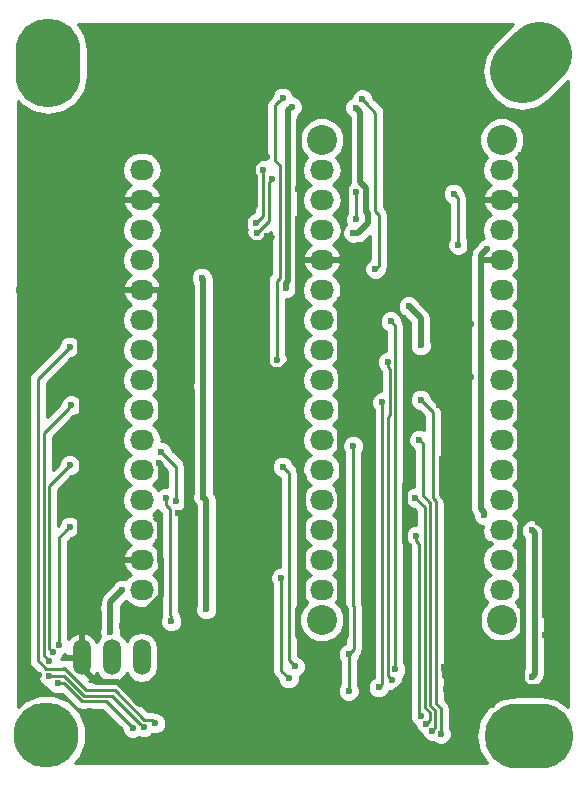
<source format=gbr>
G04 #@! TF.FileFunction,Copper,L2,Bot,Signal*
%FSLAX46Y46*%
G04 Gerber Fmt 4.6, Leading zero omitted, Abs format (unit mm)*
G04 Created by KiCad (PCBNEW 4.0.0-rc2-stable) date 9/29/2016 10:51:25 PM*
%MOMM*%
G01*
G04 APERTURE LIST*
%ADD10C,0.100000*%
%ADD11O,2.032000X1.727200*%
%ADD12C,2.540000*%
%ADD13O,1.506220X3.014980*%
%ADD14C,5.500000*%
%ADD15O,7.500000X5.500000*%
%ADD16C,5.500000*%
%ADD17O,5.500000X7.500000*%
%ADD18C,0.600000*%
%ADD19C,0.250000*%
%ADD20C,0.500000*%
%ADD21C,0.254000*%
G04 APERTURE END LIST*
D10*
D11*
X124206000Y-71247000D03*
X124206000Y-73787000D03*
X124206000Y-76327000D03*
X124206000Y-78867000D03*
X124206000Y-81407000D03*
X124206000Y-83947000D03*
X124206000Y-86487000D03*
X124206000Y-89027000D03*
X124206000Y-91567000D03*
X124206000Y-94107000D03*
X124206000Y-96647000D03*
X124206000Y-99187000D03*
X124206000Y-101727000D03*
X124206000Y-104267000D03*
X124206000Y-106807000D03*
X139446000Y-71247000D03*
X139446000Y-73787000D03*
X139446000Y-76327000D03*
X139446000Y-78867000D03*
X139446000Y-81407000D03*
X139446000Y-83947000D03*
X139446000Y-86487000D03*
X139446000Y-89027000D03*
X139446000Y-91567000D03*
X139446000Y-94107000D03*
X139446000Y-96647000D03*
X139446000Y-99187000D03*
X139446000Y-101727000D03*
X139446000Y-104267000D03*
X139446000Y-106807000D03*
X154686000Y-71247000D03*
X154686000Y-73787000D03*
X154686000Y-76327000D03*
X154686000Y-78867000D03*
X154686000Y-81407000D03*
X154686000Y-83947000D03*
X154686000Y-86487000D03*
X154686000Y-89027000D03*
X154686000Y-91567000D03*
X154686000Y-94107000D03*
X154686000Y-96647000D03*
X154686000Y-99187000D03*
X154686000Y-101727000D03*
X154686000Y-104267000D03*
X154686000Y-106807000D03*
D12*
X139446000Y-68707000D03*
X139446000Y-109347000D03*
X154686000Y-109347000D03*
X154686000Y-68707000D03*
D13*
X119126000Y-112522000D03*
X121666000Y-112522000D03*
X124206000Y-112522000D03*
D14*
X157861987Y-61406053D02*
X156447773Y-62820267D01*
D15*
X156966920Y-119161560D03*
D16*
X116144040Y-119100600D03*
D17*
X116276120Y-62174120D03*
D18*
X142367000Y-75438001D03*
X142367000Y-73152000D03*
X151003000Y-77597000D03*
X150622000Y-73279000D03*
X153416000Y-77977982D03*
X121539000Y-108331000D03*
X157226000Y-114173000D03*
X157226000Y-101727000D03*
X121539000Y-110363000D03*
X122555000Y-106807000D03*
X153162000Y-100457000D03*
X152057990Y-84328000D03*
X152057990Y-88747525D03*
X151277320Y-89565480D03*
X150427720Y-88761000D03*
X158330010Y-110617000D03*
X155757193Y-115818121D03*
X153894593Y-116529446D03*
X151802922Y-118658640D03*
X149580600Y-120437034D03*
X146898360Y-120487035D03*
X144139920Y-120487035D03*
X141112240Y-120487035D03*
X138247120Y-120487035D03*
X134726680Y-120487035D03*
X131226560Y-120487035D03*
X127650240Y-120487035D03*
X123246274Y-120437034D03*
X121686320Y-118877080D03*
X119842280Y-117033040D03*
X115486102Y-114019960D03*
X120406160Y-114325400D03*
X128270000Y-90170000D03*
X127127000Y-86233000D03*
X128270000Y-81661000D03*
X131191000Y-88265000D03*
X132969000Y-85852000D03*
X132334000Y-104267000D03*
X132588000Y-94705010D03*
X130937000Y-97409000D03*
X131699000Y-107061000D03*
X127635000Y-113554480D03*
X126213308Y-111956731D03*
X138049000Y-111887000D03*
X140462000Y-111760000D03*
X144907000Y-117432967D03*
X142367000Y-117432967D03*
X140335000Y-117432967D03*
X137541000Y-117432967D03*
X134239000Y-117602000D03*
X129794000Y-117602000D03*
X127127000Y-117602000D03*
X146772075Y-117054075D03*
X149987000Y-115189000D03*
X153289000Y-115316000D03*
X146685000Y-89027000D03*
X146558000Y-92456000D03*
X146685000Y-95123000D03*
X146608998Y-97790000D03*
X146812000Y-103124000D03*
X145585264Y-115570000D03*
X146812000Y-113919000D03*
X158369000Y-103124000D03*
X158369000Y-108966000D03*
X158369000Y-106172000D03*
X158623000Y-111633000D03*
X158242000Y-115062000D03*
X157099000Y-68707000D03*
X154686000Y-66421000D03*
X152400000Y-68199000D03*
X150114000Y-69342000D03*
X147574000Y-67691000D03*
X147066000Y-65151000D03*
X143510000Y-61849000D03*
X139827000Y-61849000D03*
X135636000Y-61849000D03*
X133731000Y-63627000D03*
X131421235Y-66004670D03*
X128511260Y-66090555D03*
X123825000Y-68834000D03*
X122174000Y-72517000D03*
X122301000Y-74803000D03*
X122428000Y-77597000D03*
X141224000Y-74803000D03*
X141478000Y-70231000D03*
X140797001Y-66248001D03*
X138049000Y-66548000D03*
X156464000Y-110871000D03*
X152781000Y-110998000D03*
X156210000Y-108077000D03*
X152908000Y-108077000D03*
X152908000Y-105537000D03*
X156083000Y-105410000D03*
X155956000Y-103124000D03*
X156337000Y-100330000D03*
X156337000Y-97917000D03*
X156210000Y-95250000D03*
X156210000Y-92964000D03*
X156210000Y-90297000D03*
X156210000Y-87757000D03*
X156210000Y-85090000D03*
X156252010Y-82507990D03*
X156337000Y-80137000D03*
X156337000Y-80137000D03*
X156337000Y-77470000D03*
X156337000Y-77470000D03*
X156337000Y-69977000D03*
X149606000Y-95758000D03*
X140970000Y-82296000D03*
X113792000Y-81407000D03*
X125791585Y-87757000D03*
X140970000Y-95377000D03*
X140843000Y-98044000D03*
X140843000Y-100584000D03*
X140970000Y-102997000D03*
X140970000Y-105410000D03*
X140970000Y-107950000D03*
X137922000Y-107950000D03*
X137922000Y-105664000D03*
X137922000Y-102997000D03*
X137922000Y-100584000D03*
X138012010Y-97917000D03*
X137541000Y-95250000D03*
X137541000Y-92964000D03*
X137541000Y-89154000D03*
X137415019Y-86854983D03*
X137415019Y-83566000D03*
X118999000Y-105283000D03*
X125730000Y-104267000D03*
X125476000Y-100711000D03*
X127307021Y-100329569D03*
X128057279Y-99001372D03*
X125578308Y-102743000D03*
X125766990Y-105537000D03*
X122555000Y-109855000D03*
X125857000Y-98044000D03*
X125713480Y-96093906D03*
X126761262Y-94449845D03*
X125857000Y-90805000D03*
X125857000Y-90805000D03*
X125791585Y-85256471D03*
X125791585Y-85256471D03*
X125730000Y-81407000D03*
X137415019Y-75368764D03*
X134117994Y-77471120D03*
X133016777Y-77062365D03*
X131191000Y-77052010D03*
X129540000Y-77052010D03*
X128143000Y-77052010D03*
X126872364Y-77378356D03*
X128016000Y-74938139D03*
X129540000Y-74938139D03*
X131191000Y-74938139D03*
X133767990Y-73279000D03*
X133767990Y-71835276D03*
X137415019Y-72898000D03*
X137541000Y-70521990D03*
X134783990Y-70160766D03*
X134838811Y-76865603D03*
X133223000Y-74938139D03*
X126118153Y-75421528D03*
X125937859Y-78312859D03*
X157788227Y-101024216D03*
X156375990Y-113284000D03*
X149823010Y-113322990D03*
X156337000Y-73787000D03*
X142113000Y-80645000D03*
X142113000Y-84074000D03*
X142113000Y-87503000D03*
X141986000Y-91059000D03*
X152019000Y-104013000D03*
X152908000Y-103251000D03*
X149987000Y-99187000D03*
X149869009Y-94107000D03*
X150634000Y-95377000D03*
X122428000Y-81407000D03*
X151638000Y-83566000D03*
X149352000Y-91186000D03*
X153162000Y-75057000D03*
X119126000Y-92710000D03*
X134366000Y-89535000D03*
X121539000Y-104267000D03*
X121539000Y-105029000D03*
X119126000Y-109982000D03*
X120650000Y-106045000D03*
X118999000Y-102743000D03*
X119126000Y-97790000D03*
X134366000Y-98933000D03*
X134366000Y-108331000D03*
X118999000Y-87503000D03*
X119126000Y-81407000D03*
X125730000Y-74930000D03*
X152019000Y-78359000D03*
X152146000Y-76835000D03*
X141097000Y-77343000D03*
X140970000Y-87757000D03*
X140970000Y-85090000D03*
X137668000Y-78867000D03*
X137541000Y-80391000D03*
X134239000Y-80391000D03*
X126873000Y-78613000D03*
X134239000Y-78613000D03*
X147828000Y-86106000D03*
X146812000Y-82804000D03*
X136906000Y-65912998D03*
X142312767Y-65980791D03*
X136398000Y-81280000D03*
X142113000Y-76581000D03*
X129286000Y-80391000D03*
X129413000Y-89535000D03*
X129413000Y-98933000D03*
X129667000Y-108458000D03*
X147828000Y-117475000D03*
X147447000Y-102235000D03*
X118110004Y-86233000D03*
X125349000Y-118110004D03*
X136144000Y-65151000D03*
X142875000Y-65278000D03*
X144000220Y-79646780D03*
X135636000Y-87376000D03*
X127127000Y-99314000D03*
X125857000Y-95123000D03*
X148281958Y-118133742D03*
X118236998Y-91186000D03*
X124361238Y-118432794D03*
X116377720Y-114142520D03*
X116392956Y-112842044D03*
X147374984Y-99005988D03*
X117088920Y-114721640D03*
X148777924Y-118761466D03*
X118110000Y-96266000D03*
X116665441Y-112089867D03*
X123443998Y-118491000D03*
X147701000Y-94107000D03*
X126707020Y-109474000D03*
X126238000Y-99060000D03*
X149534784Y-119020662D03*
X118110004Y-101473000D03*
X117177622Y-111475303D03*
X147828000Y-90716990D03*
X145669000Y-113538002D03*
X136144000Y-96393000D03*
X137160000Y-113284000D03*
X145288000Y-84074000D03*
X145043980Y-87503000D03*
X145362435Y-114403943D03*
X136026980Y-105791000D03*
X136652000Y-114300000D03*
X144593969Y-90932000D03*
X144272000Y-115062000D03*
X142113002Y-94615000D03*
X141732000Y-115372958D03*
X141732000Y-112268000D03*
X133878269Y-75788140D03*
X134493000Y-71247000D03*
X133984994Y-76581000D03*
X135255000Y-72009000D03*
D19*
X142367000Y-73152000D02*
X142367000Y-75438001D01*
X151003000Y-73660000D02*
X151003000Y-77597000D01*
X150622000Y-73279000D02*
X151003000Y-73660000D01*
D20*
X157226000Y-101727000D02*
X157480000Y-101981000D01*
X157480000Y-101981000D02*
X157480000Y-113919000D01*
X157480000Y-113919000D02*
X157226000Y-114173000D01*
X153116001Y-78277981D02*
X153416000Y-77977982D01*
X152908000Y-78485982D02*
X153116001Y-78277981D01*
X152908000Y-78994000D02*
X152908000Y-78485982D01*
X121539000Y-107906736D02*
X121539000Y-108331000D01*
X121539000Y-107823000D02*
X121539000Y-107906736D01*
X122555000Y-106807000D02*
X121539000Y-107823000D01*
X121539000Y-110363000D02*
X121539000Y-108331000D01*
X152908000Y-99949000D02*
X152908000Y-78994000D01*
X154686000Y-78867000D02*
X153170000Y-78867000D01*
X153170000Y-78867000D02*
X153043000Y-78994000D01*
X153043000Y-78994000D02*
X152908000Y-78994000D01*
X153162000Y-100457000D02*
X153162000Y-100203000D01*
X153162000Y-100203000D02*
X152908000Y-99949000D01*
X151277320Y-89565480D02*
X151277320Y-89528195D01*
X151277320Y-89528195D02*
X152057990Y-88747525D01*
X119126000Y-112522000D02*
X119126000Y-113411000D01*
X119126000Y-113411000D02*
X120316999Y-114601999D01*
X120316999Y-114601999D02*
X122160607Y-114601999D01*
X122160607Y-114601999D02*
X124017608Y-116459000D01*
X124017608Y-116459000D02*
X144696264Y-116459000D01*
X144696264Y-116459000D02*
X145585264Y-115570000D01*
X125791585Y-85256471D02*
X126150471Y-85256471D01*
X126150471Y-85256471D02*
X127127000Y-86233000D01*
X131191000Y-88265000D02*
X131490999Y-88564999D01*
X132588000Y-94705010D02*
X136996010Y-94705010D01*
X136996010Y-94705010D02*
X137541000Y-95250000D01*
X130937000Y-97409000D02*
X133096000Y-95250000D01*
X133096000Y-95250000D02*
X137541000Y-95250000D01*
X127635000Y-113554480D02*
X127335001Y-113854479D01*
X127335001Y-113854479D02*
X127335001Y-115143001D01*
X129494001Y-117302001D02*
X129794000Y-117602000D01*
X127335001Y-115143001D02*
X129494001Y-117302001D01*
X146772075Y-117054075D02*
X144057925Y-117054075D01*
X153289000Y-115316000D02*
X150114000Y-115316000D01*
X150114000Y-115316000D02*
X149987000Y-115189000D01*
X146558000Y-92456000D02*
X146558000Y-89154000D01*
X146558000Y-89154000D02*
X146685000Y-89027000D01*
X146685000Y-95123000D02*
X146685000Y-92583000D01*
X146685000Y-92583000D02*
X146558000Y-92456000D01*
X146608998Y-97790000D02*
X146608998Y-95199002D01*
X146608998Y-95199002D02*
X146685000Y-95123000D01*
X146812000Y-103124000D02*
X146512001Y-102824001D01*
X146512001Y-102824001D02*
X146512001Y-97886997D01*
X146512001Y-97886997D02*
X146608998Y-97790000D01*
X146812000Y-113919000D02*
X146812000Y-103124000D01*
X146812000Y-113919000D02*
X146812000Y-114343264D01*
X146812000Y-114343264D02*
X145585264Y-115570000D01*
X158369000Y-101604989D02*
X158369000Y-103124000D01*
X158369000Y-103124000D02*
X158369000Y-106172000D01*
X158369000Y-108966000D02*
X158369000Y-103124000D01*
X158369000Y-106172000D02*
X158369000Y-108966000D01*
X157788227Y-101024216D02*
X158369000Y-101604989D01*
X158242000Y-115062000D02*
X158623000Y-114681000D01*
X158623000Y-114681000D02*
X158623000Y-111633000D01*
X156375990Y-113284000D02*
X156375990Y-114580992D01*
X156375990Y-114580992D02*
X156856998Y-115062000D01*
X156856998Y-115062000D02*
X158242000Y-115062000D01*
X155620999Y-66720999D02*
X157099000Y-68199000D01*
X157099000Y-68199000D02*
X157099000Y-68707000D01*
X154686000Y-66421000D02*
X154985999Y-66720999D01*
X154985999Y-66720999D02*
X155620999Y-66720999D01*
X150114000Y-69342000D02*
X151257000Y-69342000D01*
X151257000Y-69342000D02*
X152400000Y-68199000D01*
X147574000Y-66083264D02*
X147574000Y-67691000D01*
X147066000Y-65151000D02*
X147066000Y-65575264D01*
X147066000Y-65575264D02*
X147574000Y-66083264D01*
X143210001Y-62148999D02*
X143510000Y-61849000D01*
X139827000Y-61849000D02*
X140126999Y-62148999D01*
X140126999Y-62148999D02*
X143210001Y-62148999D01*
X134157999Y-63327001D02*
X135636000Y-61849000D01*
X133731000Y-63627000D02*
X134030999Y-63327001D01*
X134030999Y-63327001D02*
X134157999Y-63327001D01*
X128511260Y-66090555D02*
X131421235Y-66004670D01*
X131495555Y-66090555D02*
X131421235Y-66016235D01*
X131421235Y-66016235D02*
X131421235Y-66004670D01*
X122174000Y-72517000D02*
X122174000Y-70485000D01*
X122174000Y-70485000D02*
X123825000Y-68834000D01*
X122428000Y-77597000D02*
X122428000Y-74930000D01*
X122428000Y-74930000D02*
X122301000Y-74803000D01*
X141478000Y-70231000D02*
X141478000Y-74549000D01*
X141478000Y-74549000D02*
X141224000Y-74803000D01*
X140797001Y-66248001D02*
X141478000Y-66929000D01*
X141478000Y-66929000D02*
X141478000Y-70231000D01*
X138049000Y-66548000D02*
X138348999Y-66248001D01*
X138348999Y-66248001D02*
X140797001Y-66248001D01*
X137541000Y-70521990D02*
X137541000Y-67056000D01*
X137541000Y-67056000D02*
X138049000Y-66548000D01*
X152781000Y-110998000D02*
X153080999Y-111297999D01*
X153080999Y-111297999D02*
X156037001Y-111297999D01*
X156037001Y-111297999D02*
X156164001Y-111170999D01*
X156164001Y-111170999D02*
X156464000Y-110871000D01*
X156210000Y-108077000D02*
X156509999Y-108376999D01*
X156509999Y-108376999D02*
X156509999Y-110825001D01*
X156509999Y-110825001D02*
X156464000Y-110871000D01*
X152908000Y-108077000D02*
X152781000Y-108204000D01*
X152781000Y-108204000D02*
X152781000Y-110998000D01*
X156083000Y-105410000D02*
X156382999Y-105709999D01*
X156382999Y-105709999D02*
X156382999Y-107904001D01*
X156382999Y-107904001D02*
X156210000Y-108077000D01*
X152908000Y-105537000D02*
X152908000Y-108077000D01*
X152908000Y-103251000D02*
X152908000Y-105537000D01*
X155956000Y-103124000D02*
X156255999Y-103423999D01*
X156255999Y-103423999D02*
X156255999Y-105237001D01*
X156255999Y-105237001D02*
X156083000Y-105410000D01*
X155956000Y-102870000D02*
X155956000Y-103124000D01*
X156337000Y-100330000D02*
X156636999Y-100629999D01*
X156636999Y-100629999D02*
X156876563Y-100629999D01*
X156876563Y-100629999D02*
X156970781Y-100724217D01*
X156337000Y-97917000D02*
X156337000Y-100330000D01*
X156210000Y-95250000D02*
X156210000Y-96019454D01*
X156210000Y-96019454D02*
X156252010Y-96061464D01*
X156252010Y-97232536D02*
X156210000Y-97274546D01*
X156252010Y-96061464D02*
X156252010Y-97232536D01*
X156210000Y-97274546D02*
X156210000Y-97790000D01*
X156210000Y-97790000D02*
X156337000Y-97917000D01*
X156210000Y-92964000D02*
X156210000Y-93479454D01*
X156210000Y-93479454D02*
X156252010Y-93521464D01*
X156252010Y-93521464D02*
X156252010Y-94692536D01*
X156252010Y-94692536D02*
X156210000Y-94734546D01*
X156210000Y-94734546D02*
X156210000Y-95250000D01*
X156210000Y-90297000D02*
X156210000Y-90939454D01*
X156210000Y-90939454D02*
X156252010Y-90981464D01*
X156252010Y-90981464D02*
X156252010Y-92152536D01*
X156252010Y-92152536D02*
X156210000Y-92194546D01*
X156210000Y-92194546D02*
X156210000Y-92964000D01*
X156210000Y-87757000D02*
X156210000Y-88399454D01*
X156210000Y-88399454D02*
X156252010Y-88441464D01*
X156252010Y-89612536D02*
X156210000Y-89654546D01*
X156252010Y-88441464D02*
X156252010Y-89612536D01*
X156210000Y-89654546D02*
X156210000Y-90297000D01*
X156210000Y-85090000D02*
X156210000Y-85859454D01*
X156210000Y-85859454D02*
X156252010Y-85901464D01*
X156252010Y-87714990D02*
X156210000Y-87757000D01*
X156252010Y-85901464D02*
X156252010Y-87714990D01*
X156252010Y-82507990D02*
X156252010Y-85047990D01*
X156252010Y-85047990D02*
X156210000Y-85090000D01*
X156337000Y-80137000D02*
X156252010Y-80221990D01*
X156252010Y-80221990D02*
X156252010Y-82507990D01*
X156337000Y-77470000D02*
X156337000Y-80137000D01*
X156337000Y-73787000D02*
X156337000Y-77470000D01*
X156337000Y-73787000D02*
X156337000Y-69977000D01*
X149987000Y-99187000D02*
X149987000Y-96024000D01*
X149987000Y-96024000D02*
X150634000Y-95377000D01*
X149606000Y-96182264D02*
X149606000Y-95758000D01*
X149606000Y-98806000D02*
X149606000Y-96182264D01*
X149987000Y-99187000D02*
X149606000Y-98806000D01*
X137922000Y-107950000D02*
X137414000Y-108458000D01*
X137414000Y-108458000D02*
X137414000Y-110744000D01*
X137414000Y-110744000D02*
X138557000Y-111887000D01*
X138557000Y-111887000D02*
X140335000Y-111887000D01*
X140335000Y-111887000D02*
X141478000Y-110744000D01*
X141478000Y-110744000D02*
X141478000Y-108458000D01*
X141478000Y-108458000D02*
X140970000Y-107950000D01*
X140970000Y-82720264D02*
X140970000Y-82296000D01*
X141012010Y-84074000D02*
X141012010Y-82762274D01*
X141012010Y-82762274D02*
X140970000Y-82720264D01*
X141269999Y-81996001D02*
X140970000Y-82296000D01*
X141269999Y-80645000D02*
X141269999Y-81996001D01*
X119126000Y-81407000D02*
X113792000Y-81407000D01*
X125791585Y-87757000D02*
X125791585Y-90739585D01*
X125791585Y-85256471D02*
X125791585Y-87757000D01*
D19*
X141012010Y-86106000D02*
X140970000Y-86106000D01*
D20*
X140970000Y-87757000D02*
X140970000Y-87114546D01*
X141012010Y-87072536D02*
X141012010Y-86106000D01*
X140970000Y-87114546D02*
X141012010Y-87072536D01*
X140970000Y-85090000D02*
X140970000Y-85859454D01*
X140970000Y-85859454D02*
X140970000Y-86106000D01*
X141101666Y-92451334D02*
X141101666Y-92583000D01*
X141101666Y-92583000D02*
X141101666Y-92705334D01*
X141101666Y-88531120D02*
X141101666Y-92583000D01*
X140970000Y-87757000D02*
X140970000Y-88399454D01*
X140970000Y-88399454D02*
X141101666Y-88531120D01*
X141101666Y-92705334D02*
X141012010Y-92794990D01*
X141012010Y-92794990D02*
X141012010Y-94910726D01*
X141012010Y-94910726D02*
X140970000Y-94952736D01*
X140970000Y-94952736D02*
X140970000Y-95377000D01*
X141101666Y-95245334D02*
X140970000Y-95377000D01*
D19*
X140970000Y-92319668D02*
X141101666Y-92451334D01*
X140970000Y-87757000D02*
X140970000Y-92319668D01*
D20*
X140843000Y-98044000D02*
X141142999Y-97744001D01*
X141142999Y-97744001D02*
X141142999Y-95549999D01*
X141142999Y-95549999D02*
X140970000Y-95377000D01*
X140843000Y-100584000D02*
X140843000Y-100159736D01*
X140843000Y-100159736D02*
X141012010Y-99990726D01*
X141012010Y-99990726D02*
X141012010Y-98637274D01*
X140843000Y-98468264D02*
X140843000Y-98044000D01*
X141012010Y-98637274D02*
X140843000Y-98468264D01*
X140970000Y-102997000D02*
X140970000Y-102354546D01*
X140970000Y-100711000D02*
X140843000Y-100584000D01*
X140970000Y-102354546D02*
X141012010Y-102312536D01*
X141012010Y-102312536D02*
X141012010Y-101141464D01*
X141012010Y-101141464D02*
X140970000Y-101099454D01*
X140970000Y-101099454D02*
X140970000Y-100711000D01*
X140970000Y-107950000D02*
X140970000Y-107434546D01*
X140970000Y-107434546D02*
X141012010Y-107392536D01*
X141012010Y-107392536D02*
X141012010Y-106221464D01*
X141012010Y-106221464D02*
X140970000Y-106179454D01*
X140970000Y-106179454D02*
X140970000Y-105410000D01*
X140970000Y-105410000D02*
X140970000Y-104894546D01*
X140970000Y-104894546D02*
X141012010Y-104852536D01*
X141012010Y-104852536D02*
X141012010Y-103681464D01*
X141012010Y-103681464D02*
X140970000Y-103639454D01*
X140970000Y-103639454D02*
X140970000Y-102997000D01*
X137922000Y-107950000D02*
X137922000Y-108077000D01*
X137922000Y-108077000D02*
X137708010Y-108290990D01*
X137922000Y-105664000D02*
X137922000Y-106088264D01*
X137922000Y-106088264D02*
X137879990Y-106130274D01*
X137879990Y-106130274D02*
X137879990Y-107907990D01*
X137879990Y-107907990D02*
X137922000Y-107950000D01*
X138012010Y-97917000D02*
X137922000Y-98007010D01*
X137922000Y-98007010D02*
X137922000Y-98559454D01*
X137922000Y-98559454D02*
X137879990Y-98601464D01*
X137879990Y-98601464D02*
X137879990Y-99772536D01*
X137879990Y-99772536D02*
X137922000Y-99814546D01*
X137922000Y-99814546D02*
X137922000Y-100584000D01*
X137922000Y-102997000D02*
X137922000Y-103421264D01*
X137922000Y-103421264D02*
X137879990Y-103463274D01*
X137879990Y-103463274D02*
X137879990Y-105621990D01*
X137879990Y-105621990D02*
X137922000Y-105664000D01*
X137922000Y-100584000D02*
X137922000Y-101008264D01*
X137879990Y-102954990D02*
X137922000Y-102997000D01*
X137922000Y-101008264D02*
X137879990Y-101050274D01*
X137879990Y-101050274D02*
X137879990Y-102954990D01*
X137962010Y-97256402D02*
X137962010Y-97867000D01*
X137962010Y-97867000D02*
X138012010Y-97917000D01*
X137541000Y-95250000D02*
X137541000Y-96835392D01*
X137541000Y-96835392D02*
X137962010Y-97256402D01*
X137541000Y-92964000D02*
X137541000Y-95250000D01*
X137541000Y-89154000D02*
X137541000Y-92964000D01*
X137415019Y-86854983D02*
X137415019Y-89028019D01*
X137415019Y-89028019D02*
X137541000Y-89154000D01*
X137415019Y-83566000D02*
X137415019Y-86854983D01*
X137415019Y-75368764D02*
X137415019Y-83566000D01*
X118999000Y-105283000D02*
X118999000Y-104267000D01*
X118999000Y-109601000D02*
X118999000Y-105283000D01*
D19*
X118999000Y-106045000D02*
X118999000Y-104394000D01*
X118999000Y-109601000D02*
X118999000Y-106045000D01*
D20*
X118999000Y-106045000D02*
X120650000Y-106045000D01*
X121539000Y-104267000D02*
X121539000Y-105029000D01*
X125476000Y-100754264D02*
X125476000Y-100711000D01*
X128057279Y-100003575D02*
X128057279Y-99425636D01*
X128057279Y-99425636D02*
X128057279Y-99001372D01*
X127731285Y-100329569D02*
X128057279Y-100003575D01*
X127307021Y-100329569D02*
X127731285Y-100329569D01*
X125435990Y-100805444D02*
X125476000Y-100765434D01*
X125476000Y-100765434D02*
X125476000Y-100754264D01*
X125772010Y-102743000D02*
X125772010Y-101050274D01*
X125772010Y-101050274D02*
X125476000Y-100754264D01*
X125772010Y-102743000D02*
X125772010Y-104182010D01*
X125772010Y-102743000D02*
X125578308Y-102743000D01*
X125816990Y-106045000D02*
X125766990Y-105537000D01*
X125816990Y-105537000D02*
X125766990Y-105537000D01*
X125816990Y-106045000D02*
X125816990Y-107347556D01*
X125816990Y-104226990D02*
X125816990Y-106045000D01*
X123309546Y-109855000D02*
X122555000Y-109855000D01*
X125816990Y-107347556D02*
X123309546Y-109855000D01*
X125772010Y-104182010D02*
X125816990Y-104226990D01*
X125713480Y-96093906D02*
X125857000Y-96237426D01*
X125857000Y-96237426D02*
X125857000Y-98044000D01*
X125857000Y-90805000D02*
X125857000Y-93545583D01*
X125857000Y-93545583D02*
X126761262Y-94449845D01*
X125791585Y-90739585D02*
X125857000Y-90805000D01*
X125730000Y-81407000D02*
X125791585Y-81468585D01*
X125791585Y-81468585D02*
X125791585Y-85256471D01*
X125730000Y-81407000D02*
X125937859Y-81199141D01*
X125937859Y-81199141D02*
X125937859Y-78312859D01*
X126029999Y-81107001D02*
X125730000Y-81407000D01*
X126537999Y-81107001D02*
X126029999Y-81107001D01*
X126619000Y-81026000D02*
X126537999Y-81107001D01*
X126619000Y-78867000D02*
X126619000Y-81026000D01*
X126873000Y-78613000D02*
X126873000Y-80772000D01*
X126873000Y-80772000D02*
X126537999Y-81107001D01*
X137415019Y-86854983D02*
X136044001Y-88226001D01*
X134785999Y-87784001D02*
X134785999Y-77342679D01*
X136044001Y-88226001D02*
X135227999Y-88226001D01*
X135227999Y-88226001D02*
X134785999Y-87784001D01*
X134785999Y-77342679D02*
X135214990Y-76913688D01*
X133817990Y-73279000D02*
X133817990Y-71829992D01*
X133817990Y-74343149D02*
X133817990Y-73279000D01*
X133817990Y-73279000D02*
X133767990Y-73279000D01*
X133767990Y-71835276D02*
X133642999Y-71655001D01*
X133817990Y-71829992D02*
X133773274Y-71829992D01*
X133773274Y-71829992D02*
X133767990Y-71835276D01*
X137541000Y-70521990D02*
X137541000Y-72772019D01*
X137541000Y-72772019D02*
X137415019Y-72898000D01*
X134250998Y-70231000D02*
X134713756Y-70231000D01*
X134713756Y-70231000D02*
X134783990Y-70160766D01*
X133642999Y-71655001D02*
X133642999Y-70838999D01*
X133642999Y-70838999D02*
X134250998Y-70231000D01*
X133223000Y-74938139D02*
X133817990Y-74343149D01*
X133223000Y-74938139D02*
X132923001Y-75238138D01*
X132923001Y-75238138D02*
X132923001Y-76777009D01*
X132923001Y-76777009D02*
X133576993Y-77431001D01*
X133576993Y-77431001D02*
X134392995Y-77431001D01*
X134392995Y-77431001D02*
X134838811Y-76985185D01*
X134838811Y-76985185D02*
X134838811Y-76865603D01*
X126873000Y-78613000D02*
X126238000Y-78613000D01*
X126238000Y-78613000D02*
X125937859Y-78312859D01*
X118999000Y-87503000D02*
X118999000Y-81534000D01*
X118999000Y-81534000D02*
X119126000Y-81407000D01*
X119126000Y-92710000D02*
X119126000Y-87630000D01*
X119126000Y-87630000D02*
X118999000Y-87503000D01*
X119126000Y-97790000D02*
X119126000Y-92710000D01*
X118999000Y-102743000D02*
X118999000Y-97917000D01*
X118999000Y-97917000D02*
X119126000Y-97790000D01*
X152908000Y-103251000D02*
X153207999Y-102951001D01*
X153207999Y-102951001D02*
X153758455Y-102951001D01*
X156252010Y-102573990D02*
X155956000Y-102870000D01*
X157788227Y-101024216D02*
X157488228Y-100724217D01*
X157488228Y-100724217D02*
X156970781Y-100724217D01*
X156970781Y-100724217D02*
X156252010Y-101442988D01*
X156252010Y-101442988D02*
X156252010Y-102573990D01*
X156337000Y-114173000D02*
X156337000Y-113538000D01*
X156337000Y-113538000D02*
X156375990Y-113499010D01*
X156375990Y-113499010D02*
X156375990Y-113284000D01*
X149860000Y-114173000D02*
X156337000Y-114173000D01*
X149860000Y-113611980D02*
X149860000Y-114173000D01*
X149823010Y-113322990D02*
X149823010Y-113574990D01*
X149823010Y-113574990D02*
X149860000Y-113611980D01*
X156337000Y-73787000D02*
X154686000Y-73787000D01*
X141269999Y-80645000D02*
X141269999Y-77515999D01*
X142113000Y-80645000D02*
X141269999Y-80645000D01*
X141269999Y-77515999D02*
X141097000Y-77343000D01*
X140970000Y-85090000D02*
X140970000Y-84574546D01*
X140970000Y-84574546D02*
X141012010Y-84532536D01*
X141012010Y-84532536D02*
X141012010Y-84074000D01*
X142113000Y-84074000D02*
X141012010Y-84074000D01*
X142113000Y-87503000D02*
X141224000Y-87503000D01*
X141224000Y-87503000D02*
X140970000Y-87757000D01*
X152483736Y-103251000D02*
X152483736Y-103548264D01*
X152483736Y-103548264D02*
X152019000Y-104013000D01*
X152908000Y-103251000D02*
X152483736Y-103251000D01*
X126873000Y-78613000D02*
X126873000Y-76073000D01*
X126873000Y-76073000D02*
X125730000Y-74930000D01*
X134239000Y-80391000D02*
X134239000Y-78613000D01*
X134366000Y-89535000D02*
X134366000Y-80518000D01*
X134366000Y-80518000D02*
X134239000Y-80391000D01*
X134366000Y-98933000D02*
X134366000Y-89535000D01*
X134366000Y-108331000D02*
X134366000Y-98933000D01*
X122428000Y-81407000D02*
X119126000Y-81407000D01*
X118999000Y-104267000D02*
X118999000Y-102743000D01*
X120650000Y-106045000D02*
X118999000Y-104394000D01*
X118999000Y-104394000D02*
X118999000Y-104267000D01*
D19*
X118999000Y-109728000D02*
X118999000Y-109601000D01*
D20*
X119126000Y-109982000D02*
X119126000Y-109855000D01*
X119126000Y-109855000D02*
X118999000Y-109728000D01*
X151638000Y-83566000D02*
X151638000Y-83820000D01*
X151638000Y-83820000D02*
X149352000Y-86106000D01*
X149352000Y-86106000D02*
X149352000Y-91186000D01*
X152019000Y-78359000D02*
X152019000Y-76962000D01*
X152019000Y-76962000D02*
X152146000Y-76835000D01*
D19*
X118999000Y-104394000D02*
X118999000Y-102743000D01*
X137668000Y-78867000D02*
X137541000Y-78994000D01*
X137541000Y-78994000D02*
X137541000Y-80391000D01*
D20*
X147828000Y-83820000D02*
X147828000Y-86106000D01*
X146812000Y-82804000D02*
X147828000Y-83820000D01*
X146812000Y-82804000D02*
X147320000Y-83312000D01*
X142537264Y-76581000D02*
X143344002Y-75774262D01*
X142709001Y-66377025D02*
X142612766Y-66280790D01*
X143344002Y-75774262D02*
X143344002Y-74902998D01*
X143217001Y-72743999D02*
X142709001Y-72235999D01*
X142709001Y-72235999D02*
X142709001Y-66377025D01*
X143344002Y-74902998D02*
X143217001Y-74775997D01*
X143217001Y-74775997D02*
X143217001Y-72743999D01*
X142612766Y-66280790D02*
X142312767Y-65980791D01*
X142113000Y-76581000D02*
X142537264Y-76581000D01*
X136565009Y-66253989D02*
X136606001Y-66212997D01*
X136606001Y-66212997D02*
X136906000Y-65912998D01*
X136565009Y-80688727D02*
X136565009Y-66253989D01*
X136398000Y-80855736D02*
X136565009Y-80688727D01*
X136398000Y-81280000D02*
X136398000Y-80855736D01*
X129667000Y-108458000D02*
X129667000Y-99187000D01*
X129667000Y-99187000D02*
X129413000Y-98933000D01*
X129413000Y-89535000D02*
X129413000Y-80518000D01*
X129413000Y-80518000D02*
X129286000Y-80391000D01*
X129413000Y-98933000D02*
X129413000Y-98508736D01*
X129413000Y-98508736D02*
X129413000Y-89535000D01*
D19*
X116092955Y-113467045D02*
X117530461Y-113467045D01*
X117530461Y-113467045D02*
X117589173Y-113408333D01*
X118110004Y-86233000D02*
X115397001Y-88946003D01*
X115397001Y-88946003D02*
X115397001Y-112771091D01*
X117591840Y-113408333D02*
X119499507Y-115316000D01*
X115397001Y-112771091D02*
X116092955Y-113467045D01*
X124414005Y-117810005D02*
X125049001Y-117810005D01*
X119499507Y-115316000D02*
X121920000Y-115316000D01*
X125049001Y-117810005D02*
X125349000Y-118110004D01*
X117589173Y-113408333D02*
X117591840Y-113408333D01*
X121920000Y-115316000D02*
X124414005Y-117810005D01*
X147447000Y-102659264D02*
X147701000Y-102913264D01*
X147701000Y-117348000D02*
X147828000Y-117475000D01*
X147701000Y-102913264D02*
X147701000Y-117348000D01*
X147447000Y-102235000D02*
X147447000Y-102659264D01*
X144300219Y-75031606D02*
X144000220Y-74731607D01*
X144000220Y-79646780D02*
X144300219Y-79346781D01*
X144000220Y-66403220D02*
X143174999Y-65577999D01*
X144300219Y-79346781D02*
X144300219Y-75031606D01*
X143174999Y-65577999D02*
X142875000Y-65278000D01*
X144000220Y-74731607D02*
X144000220Y-66403220D01*
X135844001Y-65450999D02*
X136144000Y-65151000D01*
X135509000Y-70485000D02*
X135509000Y-65786000D01*
X135509000Y-65786000D02*
X135844001Y-65450999D01*
X135890000Y-70866000D02*
X135509000Y-70485000D01*
X135890000Y-80391000D02*
X135890000Y-70866000D01*
X135636000Y-80645000D02*
X135890000Y-80391000D01*
X135636000Y-87376000D02*
X135636000Y-80645000D01*
X127127000Y-98889736D02*
X127127000Y-99314000D01*
X127127000Y-96393000D02*
X127127000Y-98889736D01*
X125857000Y-95123000D02*
X127127000Y-96393000D01*
X124061239Y-118132795D02*
X124361238Y-118432794D01*
X116801984Y-114142520D02*
X116878345Y-114066159D01*
X119313107Y-115766010D02*
X121694454Y-115766010D01*
X121694454Y-115766010D02*
X124061239Y-118132795D01*
X117613256Y-114066159D02*
X119313107Y-115766010D01*
X116878345Y-114066159D02*
X117613256Y-114066159D01*
X116377720Y-114142520D02*
X116801984Y-114142520D01*
X148581957Y-117176953D02*
X148581957Y-117833743D01*
X148183044Y-116778040D02*
X148581957Y-117176953D01*
X147374984Y-99005988D02*
X148183044Y-99814048D01*
X148183044Y-99814048D02*
X148183044Y-116778040D01*
X148581957Y-117833743D02*
X148281958Y-118133742D01*
X115905001Y-93517997D02*
X117936999Y-91485999D01*
X116392956Y-112842044D02*
X115905001Y-112354089D01*
X117936999Y-91485999D02*
X118236998Y-91186000D01*
X115905001Y-112354089D02*
X115905001Y-93517997D01*
X117088920Y-114721640D02*
X117632327Y-114721640D01*
X117632327Y-114721640D02*
X119126706Y-116216019D01*
X119126706Y-116216019D02*
X121169018Y-116216020D01*
X121169018Y-116216020D02*
X123443998Y-118491000D01*
X148635999Y-99427019D02*
X148635999Y-116594585D01*
X149077923Y-118461467D02*
X148777924Y-118761466D01*
X148635999Y-116594585D02*
X149077923Y-117036509D01*
X147701000Y-94107000D02*
X148000999Y-94406999D01*
X148000999Y-98792019D02*
X148635999Y-99427019D01*
X148000999Y-94406999D02*
X148000999Y-98792019D01*
X149077923Y-117036509D02*
X149077923Y-118461467D01*
X116365442Y-98010558D02*
X117810001Y-96565999D01*
X116665441Y-112089867D02*
X116365442Y-111789868D01*
X117810001Y-96565999D02*
X118110000Y-96266000D01*
X116365442Y-111789868D02*
X116365442Y-98010558D01*
X126707020Y-109049736D02*
X126707020Y-109474000D01*
X126580020Y-108922736D02*
X126707020Y-109049736D01*
X126580020Y-99980018D02*
X126580020Y-108922736D01*
X126238000Y-99060000D02*
X126238000Y-99637998D01*
X126238000Y-99637998D02*
X126580020Y-99980018D01*
X149534784Y-116856958D02*
X149534784Y-118596398D01*
X148880998Y-99035607D02*
X149098000Y-99252609D01*
X148880998Y-91769988D02*
X148880998Y-99035607D01*
X149098000Y-116420174D02*
X149534784Y-116856958D01*
X147828000Y-90716990D02*
X148880998Y-91769988D01*
X149534784Y-118596398D02*
X149534784Y-119020662D01*
X149098000Y-99252609D02*
X149098000Y-116420174D01*
X117810005Y-101772999D02*
X118110004Y-101473000D01*
X117177622Y-102405382D02*
X117810005Y-101772999D01*
X117177622Y-111475303D02*
X117177622Y-102405382D01*
X145288000Y-84074000D02*
X145669000Y-84455000D01*
X145669000Y-84455000D02*
X145669000Y-113411000D01*
X145669000Y-113411000D02*
X145669000Y-113538002D01*
X137160000Y-113284000D02*
X136652000Y-112776000D01*
X136702800Y-112760760D02*
X136702800Y-96885760D01*
X136652000Y-96901000D02*
X136144000Y-96393000D01*
X145043999Y-114085507D02*
X145043999Y-113237997D01*
X145218989Y-88102273D02*
X145043980Y-87927264D01*
X145043980Y-87927264D02*
X145043980Y-87503000D01*
X145084398Y-92151602D02*
X145218989Y-92017011D01*
X145362435Y-114403943D02*
X145043999Y-114085507D01*
X145218989Y-92017011D02*
X145218989Y-88102273D01*
X145043999Y-113237997D02*
X145084398Y-113197598D01*
X145084398Y-113197598D02*
X145084398Y-92151602D01*
X136026980Y-106215264D02*
X136026980Y-105791000D01*
X136652000Y-114300000D02*
X136026980Y-113674980D01*
X136026980Y-113674980D02*
X136026980Y-106215264D01*
X144593969Y-91356264D02*
X144593969Y-90932000D01*
X144593969Y-114740031D02*
X144593969Y-91356264D01*
X144272000Y-115062000D02*
X144593969Y-114740031D01*
X142113002Y-108138393D02*
X142113002Y-95039264D01*
X142153011Y-111846989D02*
X142153011Y-108178402D01*
X142113002Y-95039264D02*
X142113002Y-94615000D01*
X141732000Y-112268000D02*
X142153011Y-111846989D01*
X142153011Y-108178402D02*
X142113002Y-108138393D01*
X142113000Y-94615000D02*
X142113000Y-94488000D01*
X141732000Y-112268000D02*
X141732000Y-115372958D01*
X134493000Y-71247000D02*
X134493000Y-75173409D01*
X134493000Y-75173409D02*
X134178268Y-75488141D01*
X134178268Y-75488141D02*
X133878269Y-75788140D01*
X135255000Y-72009000D02*
X135001000Y-72263000D01*
X135001000Y-72263000D02*
X135001000Y-75564994D01*
X135001000Y-75564994D02*
X134284993Y-76281001D01*
X134284993Y-76281001D02*
X133984994Y-76581000D01*
D21*
G36*
X155529175Y-58951752D02*
X153993472Y-60487456D01*
X153259696Y-61585628D01*
X153002029Y-62881012D01*
X153259696Y-64176396D01*
X153993472Y-65274568D01*
X155091644Y-66008344D01*
X156387028Y-66266011D01*
X157682412Y-66008344D01*
X158780584Y-65274568D01*
X160316288Y-63738865D01*
X160326000Y-63724330D01*
X160326000Y-116687567D01*
X159348210Y-116034228D01*
X158052827Y-115776560D01*
X155881013Y-115776560D01*
X154585630Y-116034228D01*
X153487457Y-116768004D01*
X152753681Y-117866177D01*
X152496013Y-119161560D01*
X152753681Y-120456943D01*
X153426575Y-121464000D01*
X118567807Y-121464000D01*
X119012030Y-121020552D01*
X119528451Y-119776872D01*
X119529626Y-118430236D01*
X119015377Y-117185657D01*
X118063992Y-116232610D01*
X116820312Y-115716189D01*
X115473676Y-115715014D01*
X114229097Y-116229263D01*
X113740000Y-116717507D01*
X113740000Y-88946003D01*
X114637001Y-88946003D01*
X114637001Y-112771091D01*
X114694853Y-113061930D01*
X114859600Y-113308492D01*
X115461644Y-113910536D01*
X115442882Y-113955721D01*
X115442558Y-114327687D01*
X115584603Y-114671463D01*
X115847393Y-114934712D01*
X116190921Y-115077358D01*
X116224240Y-115077387D01*
X116295803Y-115250583D01*
X116558593Y-115513832D01*
X116902121Y-115656478D01*
X117274087Y-115656802D01*
X117428772Y-115592887D01*
X118589305Y-116753420D01*
X118835867Y-116918167D01*
X119126706Y-116976019D01*
X120854216Y-116976020D01*
X122508876Y-118630680D01*
X122508836Y-118676167D01*
X122650881Y-119019943D01*
X122913671Y-119283192D01*
X123257199Y-119425838D01*
X123629165Y-119426162D01*
X123972941Y-119284117D01*
X123973050Y-119284008D01*
X124174439Y-119367632D01*
X124546405Y-119367956D01*
X124890181Y-119225911D01*
X125098192Y-119018263D01*
X125162201Y-119044842D01*
X125534167Y-119045166D01*
X125877943Y-118903121D01*
X126141192Y-118640331D01*
X126283838Y-118296803D01*
X126284162Y-117924837D01*
X126142117Y-117581061D01*
X125879327Y-117317812D01*
X125535799Y-117175166D01*
X125440451Y-117175083D01*
X125339840Y-117107857D01*
X125049001Y-117050005D01*
X124728807Y-117050005D01*
X122457401Y-114778599D01*
X122210839Y-114613852D01*
X122171215Y-114605970D01*
X122197207Y-114600800D01*
X122647542Y-114299896D01*
X122936000Y-113868188D01*
X123224458Y-114299896D01*
X123674793Y-114600800D01*
X124206000Y-114706464D01*
X124737207Y-114600800D01*
X125187542Y-114299896D01*
X125488446Y-113849561D01*
X125594110Y-113318354D01*
X125594110Y-111725646D01*
X125488446Y-111194439D01*
X125187542Y-110744104D01*
X124737207Y-110443200D01*
X124206000Y-110337536D01*
X123674793Y-110443200D01*
X123224458Y-110744104D01*
X122936000Y-111175812D01*
X122647542Y-110744104D01*
X122448406Y-110611046D01*
X122473838Y-110549799D01*
X122474162Y-110177833D01*
X122424000Y-110056431D01*
X122424000Y-108637822D01*
X122473838Y-108517799D01*
X122474162Y-108145833D01*
X122472286Y-108141293D01*
X122875598Y-107737981D01*
X122961585Y-107866670D01*
X123447766Y-108191526D01*
X124021255Y-108305600D01*
X124390745Y-108305600D01*
X124964234Y-108191526D01*
X125450415Y-107866670D01*
X125775271Y-107380489D01*
X125820020Y-107155520D01*
X125820020Y-108922736D01*
X125853543Y-109091264D01*
X125772182Y-109287201D01*
X125771858Y-109659167D01*
X125913903Y-110002943D01*
X126176693Y-110266192D01*
X126520221Y-110408838D01*
X126892187Y-110409162D01*
X127235963Y-110267117D01*
X127499212Y-110004327D01*
X127641858Y-109660799D01*
X127642182Y-109288833D01*
X127500137Y-108945057D01*
X127432775Y-108877578D01*
X127409168Y-108758897D01*
X127340020Y-108655409D01*
X127340020Y-100237653D01*
X127655943Y-100107117D01*
X127919192Y-99844327D01*
X128061838Y-99500799D01*
X128062162Y-99128833D01*
X127920117Y-98785057D01*
X127887000Y-98751882D01*
X127887000Y-96393000D01*
X127829148Y-96102161D01*
X127829148Y-96102160D01*
X127664401Y-95855599D01*
X126792122Y-94983320D01*
X126792162Y-94937833D01*
X126650117Y-94594057D01*
X126387327Y-94330808D01*
X126043799Y-94188162D01*
X125873230Y-94188013D01*
X125889345Y-94107000D01*
X125775271Y-93533511D01*
X125450415Y-93047330D01*
X125135634Y-92837000D01*
X125450415Y-92626670D01*
X125775271Y-92140489D01*
X125889345Y-91567000D01*
X125775271Y-90993511D01*
X125450415Y-90507330D01*
X125135634Y-90297000D01*
X125450415Y-90086670D01*
X125775271Y-89600489D01*
X125889345Y-89027000D01*
X125775271Y-88453511D01*
X125450415Y-87967330D01*
X125135634Y-87757000D01*
X125450415Y-87546670D01*
X125775271Y-87060489D01*
X125889345Y-86487000D01*
X125775271Y-85913511D01*
X125450415Y-85427330D01*
X125135634Y-85217000D01*
X125450415Y-85006670D01*
X125775271Y-84520489D01*
X125889345Y-83947000D01*
X125775271Y-83373511D01*
X125450415Y-82887330D01*
X125140931Y-82680539D01*
X125556732Y-82309036D01*
X125810709Y-81781791D01*
X125813358Y-81766026D01*
X125692217Y-81534000D01*
X124333000Y-81534000D01*
X124333000Y-81554000D01*
X124079000Y-81554000D01*
X124079000Y-81534000D01*
X122719783Y-81534000D01*
X122598642Y-81766026D01*
X122601291Y-81781791D01*
X122855268Y-82309036D01*
X123271069Y-82680539D01*
X122961585Y-82887330D01*
X122636729Y-83373511D01*
X122522655Y-83947000D01*
X122636729Y-84520489D01*
X122961585Y-85006670D01*
X123276366Y-85217000D01*
X122961585Y-85427330D01*
X122636729Y-85913511D01*
X122522655Y-86487000D01*
X122636729Y-87060489D01*
X122961585Y-87546670D01*
X123276366Y-87757000D01*
X122961585Y-87967330D01*
X122636729Y-88453511D01*
X122522655Y-89027000D01*
X122636729Y-89600489D01*
X122961585Y-90086670D01*
X123276366Y-90297000D01*
X122961585Y-90507330D01*
X122636729Y-90993511D01*
X122522655Y-91567000D01*
X122636729Y-92140489D01*
X122961585Y-92626670D01*
X123276366Y-92837000D01*
X122961585Y-93047330D01*
X122636729Y-93533511D01*
X122522655Y-94107000D01*
X122636729Y-94680489D01*
X122961585Y-95166670D01*
X123276366Y-95377000D01*
X122961585Y-95587330D01*
X122636729Y-96073511D01*
X122522655Y-96647000D01*
X122636729Y-97220489D01*
X122961585Y-97706670D01*
X123276366Y-97917000D01*
X122961585Y-98127330D01*
X122636729Y-98613511D01*
X122522655Y-99187000D01*
X122636729Y-99760489D01*
X122961585Y-100246670D01*
X123276366Y-100457000D01*
X122961585Y-100667330D01*
X122636729Y-101153511D01*
X122522655Y-101727000D01*
X122636729Y-102300489D01*
X122961585Y-102786670D01*
X123271069Y-102993461D01*
X122855268Y-103364964D01*
X122601291Y-103892209D01*
X122598642Y-103907974D01*
X122719783Y-104140000D01*
X124079000Y-104140000D01*
X124079000Y-104120000D01*
X124333000Y-104120000D01*
X124333000Y-104140000D01*
X124353000Y-104140000D01*
X124353000Y-104394000D01*
X124333000Y-104394000D01*
X124333000Y-104414000D01*
X124079000Y-104414000D01*
X124079000Y-104394000D01*
X122719783Y-104394000D01*
X122598642Y-104626026D01*
X122601291Y-104641791D01*
X122855268Y-105169036D01*
X123271069Y-105540539D01*
X122961585Y-105747330D01*
X122848555Y-105916491D01*
X122741799Y-105872162D01*
X122369833Y-105871838D01*
X122026057Y-106013883D01*
X121762808Y-106276673D01*
X121712434Y-106397987D01*
X120913210Y-107197210D01*
X120721367Y-107484325D01*
X120721367Y-107484326D01*
X120653999Y-107823000D01*
X120654000Y-107823005D01*
X120654000Y-108024178D01*
X120604162Y-108144201D01*
X120603838Y-108516167D01*
X120654000Y-108637569D01*
X120654000Y-110056178D01*
X120604162Y-110176201D01*
X120603838Y-110548167D01*
X120684724Y-110743926D01*
X120684458Y-110744104D01*
X120383554Y-111194439D01*
X120382984Y-111197306D01*
X120359846Y-111119081D01*
X120017740Y-110696276D01*
X119539875Y-110436573D01*
X119467674Y-110422217D01*
X119253000Y-110544838D01*
X119253000Y-112395000D01*
X119273000Y-112395000D01*
X119273000Y-112649000D01*
X119253000Y-112649000D01*
X119253000Y-112669000D01*
X118999000Y-112669000D01*
X118999000Y-112649000D01*
X117737890Y-112649000D01*
X117737890Y-112677384D01*
X117591840Y-112648333D01*
X117589173Y-112648333D01*
X117389697Y-112688011D01*
X117457633Y-112620194D01*
X117582400Y-112319724D01*
X117706565Y-112268420D01*
X117737890Y-112237150D01*
X117737890Y-112395000D01*
X118999000Y-112395000D01*
X118999000Y-110544838D01*
X118784326Y-110422217D01*
X118712125Y-110436573D01*
X118234260Y-110696276D01*
X117991417Y-110996404D01*
X117970739Y-110946360D01*
X117937622Y-110913185D01*
X117937622Y-102720184D01*
X118249684Y-102408122D01*
X118295171Y-102408162D01*
X118638947Y-102266117D01*
X118902196Y-102003327D01*
X119044842Y-101659799D01*
X119045166Y-101287833D01*
X118903121Y-100944057D01*
X118640331Y-100680808D01*
X118296803Y-100538162D01*
X117924837Y-100537838D01*
X117581061Y-100679883D01*
X117317812Y-100942673D01*
X117175166Y-101286201D01*
X117175125Y-101333077D01*
X117125442Y-101382760D01*
X117125442Y-98325360D01*
X118249680Y-97201122D01*
X118295167Y-97201162D01*
X118638943Y-97059117D01*
X118902192Y-96796327D01*
X119044838Y-96452799D01*
X119045162Y-96080833D01*
X118903117Y-95737057D01*
X118640327Y-95473808D01*
X118296799Y-95331162D01*
X117924833Y-95330838D01*
X117581057Y-95472883D01*
X117317808Y-95735673D01*
X117175162Y-96079201D01*
X117175121Y-96126077D01*
X116665001Y-96636197D01*
X116665001Y-93832799D01*
X118376678Y-92121122D01*
X118422165Y-92121162D01*
X118765941Y-91979117D01*
X119029190Y-91716327D01*
X119171836Y-91372799D01*
X119172160Y-91000833D01*
X119030115Y-90657057D01*
X118767325Y-90393808D01*
X118423797Y-90251162D01*
X118051831Y-90250838D01*
X117708055Y-90392883D01*
X117444806Y-90655673D01*
X117302160Y-90999201D01*
X117302119Y-91046077D01*
X116157001Y-92191195D01*
X116157001Y-89260805D01*
X118249684Y-87168122D01*
X118295171Y-87168162D01*
X118638947Y-87026117D01*
X118902196Y-86763327D01*
X119044842Y-86419799D01*
X119045166Y-86047833D01*
X118903121Y-85704057D01*
X118640331Y-85440808D01*
X118296803Y-85298162D01*
X117924837Y-85297838D01*
X117581061Y-85439883D01*
X117317812Y-85702673D01*
X117175166Y-86046201D01*
X117175125Y-86093077D01*
X114859600Y-88408602D01*
X114694853Y-88655164D01*
X114637001Y-88946003D01*
X113740000Y-88946003D01*
X113740000Y-76327000D01*
X122522655Y-76327000D01*
X122636729Y-76900489D01*
X122961585Y-77386670D01*
X123276366Y-77597000D01*
X122961585Y-77807330D01*
X122636729Y-78293511D01*
X122522655Y-78867000D01*
X122636729Y-79440489D01*
X122961585Y-79926670D01*
X123271069Y-80133461D01*
X122855268Y-80504964D01*
X122601291Y-81032209D01*
X122598642Y-81047974D01*
X122719783Y-81280000D01*
X124079000Y-81280000D01*
X124079000Y-81260000D01*
X124333000Y-81260000D01*
X124333000Y-81280000D01*
X125692217Y-81280000D01*
X125813358Y-81047974D01*
X125810709Y-81032209D01*
X125591031Y-80576167D01*
X128350838Y-80576167D01*
X128492883Y-80919943D01*
X128528000Y-80955121D01*
X128528000Y-89228178D01*
X128478162Y-89348201D01*
X128477838Y-89720167D01*
X128528000Y-89841569D01*
X128528000Y-98626178D01*
X128478162Y-98746201D01*
X128477838Y-99118167D01*
X128619883Y-99461943D01*
X128782000Y-99624343D01*
X128782000Y-108151178D01*
X128732162Y-108271201D01*
X128731838Y-108643167D01*
X128873883Y-108986943D01*
X129136673Y-109250192D01*
X129480201Y-109392838D01*
X129852167Y-109393162D01*
X130195943Y-109251117D01*
X130459192Y-108988327D01*
X130601838Y-108644799D01*
X130602162Y-108272833D01*
X130552000Y-108151431D01*
X130552000Y-105976167D01*
X135091818Y-105976167D01*
X135233863Y-106319943D01*
X135266980Y-106353118D01*
X135266980Y-113674980D01*
X135324832Y-113965819D01*
X135489579Y-114212381D01*
X135716878Y-114439680D01*
X135716838Y-114485167D01*
X135858883Y-114828943D01*
X136121673Y-115092192D01*
X136465201Y-115234838D01*
X136837167Y-115235162D01*
X137180943Y-115093117D01*
X137444192Y-114830327D01*
X137586838Y-114486799D01*
X137587158Y-114119174D01*
X137688943Y-114077117D01*
X137952192Y-113814327D01*
X138094838Y-113470799D01*
X138095162Y-113098833D01*
X137953117Y-112755057D01*
X137690327Y-112491808D01*
X137597270Y-112453167D01*
X140796838Y-112453167D01*
X140938883Y-112796943D01*
X140972000Y-112830118D01*
X140972000Y-114810495D01*
X140939808Y-114842631D01*
X140797162Y-115186159D01*
X140796838Y-115558125D01*
X140938883Y-115901901D01*
X141201673Y-116165150D01*
X141545201Y-116307796D01*
X141917167Y-116308120D01*
X142260943Y-116166075D01*
X142524192Y-115903285D01*
X142666838Y-115559757D01*
X142667110Y-115247167D01*
X143336838Y-115247167D01*
X143478883Y-115590943D01*
X143741673Y-115854192D01*
X144085201Y-115996838D01*
X144457167Y-115997162D01*
X144800943Y-115855117D01*
X145064192Y-115592327D01*
X145170380Y-115336599D01*
X145175636Y-115338781D01*
X145547602Y-115339105D01*
X145891378Y-115197060D01*
X146154627Y-114934270D01*
X146297273Y-114590742D01*
X146297586Y-114231650D01*
X146461192Y-114068329D01*
X146603838Y-113724801D01*
X146604162Y-113352835D01*
X146462117Y-113009059D01*
X146429000Y-112975884D01*
X146429000Y-99191155D01*
X146439822Y-99191155D01*
X146581867Y-99534931D01*
X146844657Y-99798180D01*
X147188185Y-99940826D01*
X147235061Y-99940867D01*
X147423044Y-100128850D01*
X147423044Y-101299978D01*
X147261833Y-101299838D01*
X146918057Y-101441883D01*
X146654808Y-101704673D01*
X146512162Y-102048201D01*
X146511838Y-102420167D01*
X146653883Y-102763943D01*
X146721245Y-102831422D01*
X146744852Y-102950103D01*
X146909599Y-103196665D01*
X146941000Y-103228066D01*
X146941000Y-117172995D01*
X146893162Y-117288201D01*
X146892838Y-117660167D01*
X147034883Y-118003943D01*
X147297673Y-118267192D01*
X147346823Y-118287601D01*
X147346796Y-118318909D01*
X147488841Y-118662685D01*
X147751631Y-118925934D01*
X147851312Y-118967325D01*
X147984807Y-119290409D01*
X148247597Y-119553658D01*
X148591125Y-119696304D01*
X148888369Y-119696563D01*
X149004457Y-119812854D01*
X149347985Y-119955500D01*
X149719951Y-119955824D01*
X150063727Y-119813779D01*
X150326976Y-119550989D01*
X150469622Y-119207461D01*
X150469946Y-118835495D01*
X150327901Y-118491719D01*
X150294784Y-118458544D01*
X150294784Y-116856958D01*
X150236932Y-116566119D01*
X150072185Y-116319557D01*
X149858000Y-116105372D01*
X149858000Y-99252609D01*
X149819687Y-99060000D01*
X149800148Y-98961769D01*
X149640998Y-98723584D01*
X149640998Y-91769988D01*
X149583146Y-91479149D01*
X149418399Y-91232587D01*
X148763122Y-90577310D01*
X148763162Y-90531823D01*
X148621117Y-90188047D01*
X148358327Y-89924798D01*
X148014799Y-89782152D01*
X147642833Y-89781828D01*
X147299057Y-89923873D01*
X147035808Y-90186663D01*
X146893162Y-90530191D01*
X146892838Y-90902157D01*
X147034883Y-91245933D01*
X147297673Y-91509182D01*
X147641201Y-91651828D01*
X147688077Y-91651869D01*
X148120998Y-92084790D01*
X148120998Y-93268995D01*
X147887799Y-93172162D01*
X147515833Y-93171838D01*
X147172057Y-93313883D01*
X146908808Y-93576673D01*
X146766162Y-93920201D01*
X146765838Y-94292167D01*
X146907883Y-94635943D01*
X147170673Y-94899192D01*
X147240999Y-94928394D01*
X147240999Y-98070871D01*
X147189817Y-98070826D01*
X146846041Y-98212871D01*
X146582792Y-98475661D01*
X146440146Y-98819189D01*
X146439822Y-99191155D01*
X146429000Y-99191155D01*
X146429000Y-84455000D01*
X146371148Y-84164161D01*
X146371148Y-84164160D01*
X146223115Y-83942613D01*
X146223162Y-83888833D01*
X146081117Y-83545057D01*
X145818327Y-83281808D01*
X145474799Y-83139162D01*
X145102833Y-83138838D01*
X144759057Y-83280883D01*
X144495808Y-83543673D01*
X144353162Y-83887201D01*
X144352838Y-84259167D01*
X144494883Y-84602943D01*
X144757673Y-84866192D01*
X144909000Y-84929029D01*
X144909000Y-86567882D01*
X144858813Y-86567838D01*
X144515037Y-86709883D01*
X144251788Y-86972673D01*
X144109142Y-87316201D01*
X144108818Y-87688167D01*
X144250863Y-88031943D01*
X144318225Y-88099422D01*
X144341832Y-88218103D01*
X144458989Y-88393441D01*
X144458989Y-89996882D01*
X144408802Y-89996838D01*
X144065026Y-90138883D01*
X143801777Y-90401673D01*
X143659131Y-90745201D01*
X143658807Y-91117167D01*
X143800852Y-91460943D01*
X143833969Y-91494118D01*
X143833969Y-114231319D01*
X143743057Y-114268883D01*
X143479808Y-114531673D01*
X143337162Y-114875201D01*
X143336838Y-115247167D01*
X142667110Y-115247167D01*
X142667162Y-115187791D01*
X142525117Y-114844015D01*
X142492000Y-114810840D01*
X142492000Y-112830463D01*
X142524192Y-112798327D01*
X142666838Y-112454799D01*
X142666879Y-112407923D01*
X142690412Y-112384390D01*
X142855159Y-112137829D01*
X142880048Y-112012704D01*
X142913011Y-111846989D01*
X142913011Y-108178402D01*
X142873002Y-107977265D01*
X142873002Y-95177463D01*
X142905194Y-95145327D01*
X143047840Y-94801799D01*
X143048164Y-94429833D01*
X142906119Y-94086057D01*
X142643329Y-93822808D01*
X142299801Y-93680162D01*
X141927835Y-93679838D01*
X141584059Y-93821883D01*
X141320810Y-94084673D01*
X141178164Y-94428201D01*
X141177840Y-94800167D01*
X141319885Y-95143943D01*
X141353002Y-95177118D01*
X141353002Y-108138393D01*
X141393011Y-108339530D01*
X141393011Y-111396396D01*
X141203057Y-111474883D01*
X140939808Y-111737673D01*
X140797162Y-112081201D01*
X140796838Y-112453167D01*
X137597270Y-112453167D01*
X137462800Y-112397330D01*
X137462800Y-109724265D01*
X137540670Y-109724265D01*
X137830078Y-110424686D01*
X138365495Y-110961039D01*
X139065410Y-111251668D01*
X139823265Y-111252330D01*
X140523686Y-110962922D01*
X141060039Y-110427505D01*
X141350668Y-109727590D01*
X141351330Y-108969735D01*
X141061922Y-108269314D01*
X140672158Y-107878869D01*
X140690415Y-107866670D01*
X141015271Y-107380489D01*
X141129345Y-106807000D01*
X141015271Y-106233511D01*
X140690415Y-105747330D01*
X140375634Y-105537000D01*
X140690415Y-105326670D01*
X141015271Y-104840489D01*
X141129345Y-104267000D01*
X141015271Y-103693511D01*
X140690415Y-103207330D01*
X140375634Y-102997000D01*
X140690415Y-102786670D01*
X141015271Y-102300489D01*
X141129345Y-101727000D01*
X141015271Y-101153511D01*
X140690415Y-100667330D01*
X140375634Y-100457000D01*
X140690415Y-100246670D01*
X141015271Y-99760489D01*
X141129345Y-99187000D01*
X141015271Y-98613511D01*
X140690415Y-98127330D01*
X140375634Y-97917000D01*
X140690415Y-97706670D01*
X141015271Y-97220489D01*
X141129345Y-96647000D01*
X141015271Y-96073511D01*
X140690415Y-95587330D01*
X140375634Y-95377000D01*
X140690415Y-95166670D01*
X141015271Y-94680489D01*
X141129345Y-94107000D01*
X141015271Y-93533511D01*
X140690415Y-93047330D01*
X140375634Y-92837000D01*
X140690415Y-92626670D01*
X141015271Y-92140489D01*
X141129345Y-91567000D01*
X141015271Y-90993511D01*
X140690415Y-90507330D01*
X140375634Y-90297000D01*
X140690415Y-90086670D01*
X141015271Y-89600489D01*
X141129345Y-89027000D01*
X141015271Y-88453511D01*
X140690415Y-87967330D01*
X140375634Y-87757000D01*
X140690415Y-87546670D01*
X141015271Y-87060489D01*
X141129345Y-86487000D01*
X141015271Y-85913511D01*
X140690415Y-85427330D01*
X140375634Y-85217000D01*
X140690415Y-85006670D01*
X141015271Y-84520489D01*
X141129345Y-83947000D01*
X141015271Y-83373511D01*
X140758461Y-82989167D01*
X145876838Y-82989167D01*
X146018883Y-83332943D01*
X146281673Y-83596192D01*
X146402986Y-83646566D01*
X146943000Y-84186579D01*
X146943000Y-85799178D01*
X146893162Y-85919201D01*
X146892838Y-86291167D01*
X147034883Y-86634943D01*
X147297673Y-86898192D01*
X147641201Y-87040838D01*
X148013167Y-87041162D01*
X148356943Y-86899117D01*
X148620192Y-86636327D01*
X148762838Y-86292799D01*
X148763162Y-85920833D01*
X148713000Y-85799431D01*
X148713000Y-83820005D01*
X148713001Y-83820000D01*
X148645633Y-83481326D01*
X148645633Y-83481325D01*
X148453790Y-83194210D01*
X148453787Y-83194208D01*
X147654744Y-82395164D01*
X147605117Y-82275057D01*
X147342327Y-82011808D01*
X146998799Y-81869162D01*
X146626833Y-81868838D01*
X146283057Y-82010883D01*
X146019808Y-82273673D01*
X145877162Y-82617201D01*
X145876838Y-82989167D01*
X140758461Y-82989167D01*
X140690415Y-82887330D01*
X140375634Y-82677000D01*
X140690415Y-82466670D01*
X141015271Y-81980489D01*
X141129345Y-81407000D01*
X141015271Y-80833511D01*
X140690415Y-80347330D01*
X140380931Y-80140539D01*
X140796732Y-79769036D01*
X141050709Y-79241791D01*
X141053358Y-79226026D01*
X140932217Y-78994000D01*
X139573000Y-78994000D01*
X139573000Y-79014000D01*
X139319000Y-79014000D01*
X139319000Y-78994000D01*
X137959783Y-78994000D01*
X137838642Y-79226026D01*
X137841291Y-79241791D01*
X138095268Y-79769036D01*
X138511069Y-80140539D01*
X138201585Y-80347330D01*
X137876729Y-80833511D01*
X137762655Y-81407000D01*
X137876729Y-81980489D01*
X138201585Y-82466670D01*
X138516366Y-82677000D01*
X138201585Y-82887330D01*
X137876729Y-83373511D01*
X137762655Y-83947000D01*
X137876729Y-84520489D01*
X138201585Y-85006670D01*
X138516366Y-85217000D01*
X138201585Y-85427330D01*
X137876729Y-85913511D01*
X137762655Y-86487000D01*
X137876729Y-87060489D01*
X138201585Y-87546670D01*
X138516366Y-87757000D01*
X138201585Y-87967330D01*
X137876729Y-88453511D01*
X137762655Y-89027000D01*
X137876729Y-89600489D01*
X138201585Y-90086670D01*
X138516366Y-90297000D01*
X138201585Y-90507330D01*
X137876729Y-90993511D01*
X137762655Y-91567000D01*
X137876729Y-92140489D01*
X138201585Y-92626670D01*
X138516366Y-92837000D01*
X138201585Y-93047330D01*
X137876729Y-93533511D01*
X137762655Y-94107000D01*
X137876729Y-94680489D01*
X138201585Y-95166670D01*
X138516366Y-95377000D01*
X138201585Y-95587330D01*
X137876729Y-96073511D01*
X137762655Y-96647000D01*
X137876729Y-97220489D01*
X138201585Y-97706670D01*
X138516366Y-97917000D01*
X138201585Y-98127330D01*
X137876729Y-98613511D01*
X137762655Y-99187000D01*
X137876729Y-99760489D01*
X138201585Y-100246670D01*
X138516366Y-100457000D01*
X138201585Y-100667330D01*
X137876729Y-101153511D01*
X137762655Y-101727000D01*
X137876729Y-102300489D01*
X138201585Y-102786670D01*
X138516366Y-102997000D01*
X138201585Y-103207330D01*
X137876729Y-103693511D01*
X137762655Y-104267000D01*
X137876729Y-104840489D01*
X138201585Y-105326670D01*
X138516366Y-105537000D01*
X138201585Y-105747330D01*
X137876729Y-106233511D01*
X137762655Y-106807000D01*
X137876729Y-107380489D01*
X138201585Y-107866670D01*
X138220095Y-107879038D01*
X137831961Y-108266495D01*
X137541332Y-108966410D01*
X137540670Y-109724265D01*
X137462800Y-109724265D01*
X137462800Y-96885760D01*
X137404948Y-96594921D01*
X137240201Y-96348359D01*
X137079133Y-96240737D01*
X137079162Y-96207833D01*
X136937117Y-95864057D01*
X136674327Y-95600808D01*
X136330799Y-95458162D01*
X135958833Y-95457838D01*
X135615057Y-95599883D01*
X135351808Y-95862673D01*
X135209162Y-96206201D01*
X135208838Y-96578167D01*
X135350883Y-96921943D01*
X135613673Y-97185192D01*
X135942800Y-97321858D01*
X135942800Y-104855926D01*
X135841813Y-104855838D01*
X135498037Y-104997883D01*
X135234788Y-105260673D01*
X135092142Y-105604201D01*
X135091818Y-105976167D01*
X130552000Y-105976167D01*
X130552000Y-99187005D01*
X130552001Y-99187000D01*
X130484633Y-98848325D01*
X130484022Y-98847411D01*
X130298000Y-98569007D01*
X130298000Y-89841822D01*
X130347838Y-89721799D01*
X130348162Y-89349833D01*
X130298000Y-89228431D01*
X130298000Y-80518005D01*
X130298001Y-80518000D01*
X130230633Y-80179325D01*
X130182161Y-80106781D01*
X130177113Y-80099226D01*
X130079117Y-79862057D01*
X129816327Y-79598808D01*
X129472799Y-79456162D01*
X129100833Y-79455838D01*
X128757057Y-79597883D01*
X128493808Y-79860673D01*
X128351162Y-80204201D01*
X128350838Y-80576167D01*
X125591031Y-80576167D01*
X125556732Y-80504964D01*
X125140931Y-80133461D01*
X125450415Y-79926670D01*
X125775271Y-79440489D01*
X125889345Y-78867000D01*
X125775271Y-78293511D01*
X125450415Y-77807330D01*
X125135634Y-77597000D01*
X125450415Y-77386670D01*
X125775271Y-76900489D01*
X125889345Y-76327000D01*
X125818992Y-75973307D01*
X132943107Y-75973307D01*
X133083669Y-76313493D01*
X133050156Y-76394201D01*
X133049832Y-76766167D01*
X133191877Y-77109943D01*
X133454667Y-77373192D01*
X133798195Y-77515838D01*
X134170161Y-77516162D01*
X134513937Y-77374117D01*
X134777186Y-77111327D01*
X134919832Y-76767799D01*
X134919873Y-76720923D01*
X135130000Y-76510796D01*
X135130000Y-80076198D01*
X135098599Y-80107599D01*
X134933852Y-80354161D01*
X134876000Y-80645000D01*
X134876000Y-86813537D01*
X134843808Y-86845673D01*
X134701162Y-87189201D01*
X134700838Y-87561167D01*
X134842883Y-87904943D01*
X135105673Y-88168192D01*
X135449201Y-88310838D01*
X135821167Y-88311162D01*
X136164943Y-88169117D01*
X136428192Y-87906327D01*
X136570838Y-87562799D01*
X136571162Y-87190833D01*
X136429117Y-86847057D01*
X136396000Y-86813882D01*
X136396000Y-82214999D01*
X136583167Y-82215162D01*
X136926943Y-82073117D01*
X137190192Y-81810327D01*
X137332838Y-81466799D01*
X137333156Y-81101463D01*
X137382642Y-81027402D01*
X137450009Y-80688727D01*
X137450009Y-69084265D01*
X137540670Y-69084265D01*
X137830078Y-69784686D01*
X138219842Y-70175131D01*
X138201585Y-70187330D01*
X137876729Y-70673511D01*
X137762655Y-71247000D01*
X137876729Y-71820489D01*
X138201585Y-72306670D01*
X138516366Y-72517000D01*
X138201585Y-72727330D01*
X137876729Y-73213511D01*
X137762655Y-73787000D01*
X137876729Y-74360489D01*
X138201585Y-74846670D01*
X138516366Y-75057000D01*
X138201585Y-75267330D01*
X137876729Y-75753511D01*
X137762655Y-76327000D01*
X137876729Y-76900489D01*
X138201585Y-77386670D01*
X138511069Y-77593461D01*
X138095268Y-77964964D01*
X137841291Y-78492209D01*
X137838642Y-78507974D01*
X137959783Y-78740000D01*
X139319000Y-78740000D01*
X139319000Y-78720000D01*
X139573000Y-78720000D01*
X139573000Y-78740000D01*
X140932217Y-78740000D01*
X141053358Y-78507974D01*
X141050709Y-78492209D01*
X140796732Y-77964964D01*
X140380931Y-77593461D01*
X140690415Y-77386670D01*
X141015271Y-76900489D01*
X141041989Y-76766167D01*
X141177838Y-76766167D01*
X141319883Y-77109943D01*
X141582673Y-77373192D01*
X141926201Y-77515838D01*
X142298167Y-77516162D01*
X142419569Y-77466000D01*
X142537259Y-77466000D01*
X142537264Y-77466001D01*
X142819748Y-77409810D01*
X142875939Y-77398633D01*
X143163054Y-77206790D01*
X143540219Y-76829625D01*
X143540219Y-78825177D01*
X143471277Y-78853663D01*
X143208028Y-79116453D01*
X143065382Y-79459981D01*
X143065058Y-79831947D01*
X143207103Y-80175723D01*
X143469893Y-80438972D01*
X143813421Y-80581618D01*
X144185387Y-80581942D01*
X144529163Y-80439897D01*
X144792412Y-80177107D01*
X144935058Y-79833579D01*
X144935141Y-79738231D01*
X145002367Y-79637620D01*
X145060219Y-79346781D01*
X145060219Y-75031606D01*
X145002367Y-74740767D01*
X144837620Y-74494205D01*
X144760220Y-74416805D01*
X144760220Y-73464167D01*
X149686838Y-73464167D01*
X149828883Y-73807943D01*
X150091673Y-74071192D01*
X150243000Y-74134029D01*
X150243000Y-77034537D01*
X150210808Y-77066673D01*
X150068162Y-77410201D01*
X150067838Y-77782167D01*
X150209883Y-78125943D01*
X150472673Y-78389192D01*
X150816201Y-78531838D01*
X151188167Y-78532162D01*
X151299931Y-78485982D01*
X152022999Y-78485982D01*
X152023000Y-78485987D01*
X152023000Y-99948995D01*
X152022999Y-99949000D01*
X152068034Y-100175399D01*
X152090367Y-100287675D01*
X152164082Y-100397998D01*
X152226969Y-100492115D01*
X152226838Y-100642167D01*
X152368883Y-100985943D01*
X152631673Y-101249192D01*
X152975201Y-101391838D01*
X153069307Y-101391920D01*
X153002655Y-101727000D01*
X153116729Y-102300489D01*
X153441585Y-102786670D01*
X153756366Y-102997000D01*
X153441585Y-103207330D01*
X153116729Y-103693511D01*
X153002655Y-104267000D01*
X153116729Y-104840489D01*
X153441585Y-105326670D01*
X153756366Y-105537000D01*
X153441585Y-105747330D01*
X153116729Y-106233511D01*
X153002655Y-106807000D01*
X153116729Y-107380489D01*
X153441585Y-107866670D01*
X153460095Y-107879038D01*
X153071961Y-108266495D01*
X152781332Y-108966410D01*
X152780670Y-109724265D01*
X153070078Y-110424686D01*
X153605495Y-110961039D01*
X154305410Y-111251668D01*
X155063265Y-111252330D01*
X155763686Y-110962922D01*
X156300039Y-110427505D01*
X156590668Y-109727590D01*
X156591330Y-108969735D01*
X156301922Y-108269314D01*
X155912158Y-107878869D01*
X155930415Y-107866670D01*
X156255271Y-107380489D01*
X156369345Y-106807000D01*
X156255271Y-106233511D01*
X155930415Y-105747330D01*
X155615634Y-105537000D01*
X155930415Y-105326670D01*
X156255271Y-104840489D01*
X156369345Y-104267000D01*
X156255271Y-103693511D01*
X155930415Y-103207330D01*
X155615634Y-102997000D01*
X155930415Y-102786670D01*
X156255271Y-102300489D01*
X156318970Y-101980252D01*
X156432883Y-102255943D01*
X156595000Y-102418343D01*
X156595000Y-113481762D01*
X156433808Y-113642673D01*
X156291162Y-113986201D01*
X156290838Y-114358167D01*
X156432883Y-114701943D01*
X156695673Y-114965192D01*
X157039201Y-115107838D01*
X157411167Y-115108162D01*
X157754943Y-114966117D01*
X158018192Y-114703327D01*
X158068566Y-114582013D01*
X158105787Y-114544792D01*
X158105790Y-114544790D01*
X158297633Y-114257675D01*
X158310833Y-114191313D01*
X158365001Y-113919000D01*
X158365000Y-113918995D01*
X158365000Y-101981005D01*
X158365001Y-101981000D01*
X158297633Y-101642325D01*
X158105790Y-101355210D01*
X158105787Y-101355208D01*
X158068745Y-101318166D01*
X158019117Y-101198057D01*
X157756327Y-100934808D01*
X157412799Y-100792162D01*
X157040833Y-100791838D01*
X156697057Y-100933883D01*
X156433808Y-101196673D01*
X156318901Y-101473399D01*
X156255271Y-101153511D01*
X155930415Y-100667330D01*
X155615634Y-100457000D01*
X155930415Y-100246670D01*
X156255271Y-99760489D01*
X156369345Y-99187000D01*
X156255271Y-98613511D01*
X155930415Y-98127330D01*
X155615634Y-97917000D01*
X155930415Y-97706670D01*
X156255271Y-97220489D01*
X156369345Y-96647000D01*
X156255271Y-96073511D01*
X155930415Y-95587330D01*
X155615634Y-95377000D01*
X155930415Y-95166670D01*
X156255271Y-94680489D01*
X156369345Y-94107000D01*
X156255271Y-93533511D01*
X155930415Y-93047330D01*
X155615634Y-92837000D01*
X155930415Y-92626670D01*
X156255271Y-92140489D01*
X156369345Y-91567000D01*
X156255271Y-90993511D01*
X155930415Y-90507330D01*
X155615634Y-90297000D01*
X155930415Y-90086670D01*
X156255271Y-89600489D01*
X156369345Y-89027000D01*
X156255271Y-88453511D01*
X155930415Y-87967330D01*
X155615634Y-87757000D01*
X155930415Y-87546670D01*
X156255271Y-87060489D01*
X156369345Y-86487000D01*
X156255271Y-85913511D01*
X155930415Y-85427330D01*
X155615634Y-85217000D01*
X155930415Y-85006670D01*
X156255271Y-84520489D01*
X156369345Y-83947000D01*
X156255271Y-83373511D01*
X155930415Y-82887330D01*
X155615634Y-82677000D01*
X155930415Y-82466670D01*
X156255271Y-81980489D01*
X156369345Y-81407000D01*
X156255271Y-80833511D01*
X155930415Y-80347330D01*
X155615634Y-80137000D01*
X155930415Y-79926670D01*
X156255271Y-79440489D01*
X156369345Y-78867000D01*
X156255271Y-78293511D01*
X155930415Y-77807330D01*
X155615634Y-77597000D01*
X155930415Y-77386670D01*
X156255271Y-76900489D01*
X156369345Y-76327000D01*
X156255271Y-75753511D01*
X155930415Y-75267330D01*
X155620931Y-75060539D01*
X156036732Y-74689036D01*
X156290709Y-74161791D01*
X156293358Y-74146026D01*
X156172217Y-73914000D01*
X154813000Y-73914000D01*
X154813000Y-73934000D01*
X154559000Y-73934000D01*
X154559000Y-73914000D01*
X153199783Y-73914000D01*
X153078642Y-74146026D01*
X153081291Y-74161791D01*
X153335268Y-74689036D01*
X153751069Y-75060539D01*
X153441585Y-75267330D01*
X153116729Y-75753511D01*
X153002655Y-76327000D01*
X153116729Y-76900489D01*
X153215943Y-77048973D01*
X152887057Y-77184865D01*
X152623808Y-77447655D01*
X152573434Y-77568968D01*
X152490211Y-77652191D01*
X152490209Y-77652194D01*
X152282210Y-77860192D01*
X152090367Y-78147307D01*
X152090367Y-78147308D01*
X152022999Y-78485982D01*
X151299931Y-78485982D01*
X151531943Y-78390117D01*
X151795192Y-78127327D01*
X151937838Y-77783799D01*
X151938162Y-77411833D01*
X151796117Y-77068057D01*
X151763000Y-77034882D01*
X151763000Y-73660000D01*
X151705148Y-73369161D01*
X151705148Y-73369160D01*
X151557115Y-73147613D01*
X151557162Y-73093833D01*
X151415117Y-72750057D01*
X151152327Y-72486808D01*
X150808799Y-72344162D01*
X150436833Y-72343838D01*
X150093057Y-72485883D01*
X149829808Y-72748673D01*
X149687162Y-73092201D01*
X149686838Y-73464167D01*
X144760220Y-73464167D01*
X144760220Y-69084265D01*
X152780670Y-69084265D01*
X153070078Y-69784686D01*
X153459842Y-70175131D01*
X153441585Y-70187330D01*
X153116729Y-70673511D01*
X153002655Y-71247000D01*
X153116729Y-71820489D01*
X153441585Y-72306670D01*
X153751069Y-72513461D01*
X153335268Y-72884964D01*
X153081291Y-73412209D01*
X153078642Y-73427974D01*
X153199783Y-73660000D01*
X154559000Y-73660000D01*
X154559000Y-73640000D01*
X154813000Y-73640000D01*
X154813000Y-73660000D01*
X156172217Y-73660000D01*
X156293358Y-73427974D01*
X156290709Y-73412209D01*
X156036732Y-72884964D01*
X155620931Y-72513461D01*
X155930415Y-72306670D01*
X156255271Y-71820489D01*
X156369345Y-71247000D01*
X156255271Y-70673511D01*
X155930415Y-70187330D01*
X155911905Y-70174962D01*
X156300039Y-69787505D01*
X156590668Y-69087590D01*
X156591330Y-68329735D01*
X156301922Y-67629314D01*
X155766505Y-67092961D01*
X155066590Y-66802332D01*
X154308735Y-66801670D01*
X153608314Y-67091078D01*
X153071961Y-67626495D01*
X152781332Y-68326410D01*
X152780670Y-69084265D01*
X144760220Y-69084265D01*
X144760220Y-66403220D01*
X144702368Y-66112381D01*
X144537621Y-65865819D01*
X143810122Y-65138320D01*
X143810162Y-65092833D01*
X143668117Y-64749057D01*
X143405327Y-64485808D01*
X143061799Y-64343162D01*
X142689833Y-64342838D01*
X142346057Y-64484883D01*
X142082808Y-64747673D01*
X141940162Y-65091201D01*
X141940134Y-65123088D01*
X141783824Y-65187674D01*
X141520575Y-65450464D01*
X141377929Y-65793992D01*
X141377605Y-66165958D01*
X141519650Y-66509734D01*
X141782440Y-66772983D01*
X141824001Y-66790241D01*
X141824001Y-72235994D01*
X141824000Y-72235999D01*
X141847655Y-72354917D01*
X141838057Y-72358883D01*
X141574808Y-72621673D01*
X141432162Y-72965201D01*
X141431838Y-73337167D01*
X141573883Y-73680943D01*
X141607000Y-73714118D01*
X141607000Y-74875538D01*
X141574808Y-74907674D01*
X141432162Y-75251202D01*
X141431838Y-75623168D01*
X141524473Y-75847363D01*
X141320808Y-76050673D01*
X141178162Y-76394201D01*
X141177838Y-76766167D01*
X141041989Y-76766167D01*
X141129345Y-76327000D01*
X141015271Y-75753511D01*
X140690415Y-75267330D01*
X140375634Y-75057000D01*
X140690415Y-74846670D01*
X141015271Y-74360489D01*
X141129345Y-73787000D01*
X141015271Y-73213511D01*
X140690415Y-72727330D01*
X140375634Y-72517000D01*
X140690415Y-72306670D01*
X141015271Y-71820489D01*
X141129345Y-71247000D01*
X141015271Y-70673511D01*
X140690415Y-70187330D01*
X140671905Y-70174962D01*
X141060039Y-69787505D01*
X141350668Y-69087590D01*
X141351330Y-68329735D01*
X141061922Y-67629314D01*
X140526505Y-67092961D01*
X139826590Y-66802332D01*
X139068735Y-66801670D01*
X138368314Y-67091078D01*
X137831961Y-67626495D01*
X137541332Y-68326410D01*
X137540670Y-69084265D01*
X137450009Y-69084265D01*
X137450009Y-66691075D01*
X137698192Y-66443325D01*
X137840838Y-66099797D01*
X137841162Y-65727831D01*
X137699117Y-65384055D01*
X137436327Y-65120806D01*
X137092799Y-64978160D01*
X137079151Y-64978148D01*
X137079162Y-64965833D01*
X136937117Y-64622057D01*
X136674327Y-64358808D01*
X136330799Y-64216162D01*
X135958833Y-64215838D01*
X135615057Y-64357883D01*
X135351808Y-64620673D01*
X135209162Y-64964201D01*
X135209121Y-65011077D01*
X134971599Y-65248599D01*
X134806852Y-65495161D01*
X134749000Y-65786000D01*
X134749000Y-70340897D01*
X134679799Y-70312162D01*
X134307833Y-70311838D01*
X133964057Y-70453883D01*
X133700808Y-70716673D01*
X133558162Y-71060201D01*
X133557838Y-71432167D01*
X133699883Y-71775943D01*
X133733000Y-71809118D01*
X133733000Y-74853013D01*
X133693102Y-74852978D01*
X133349326Y-74995023D01*
X133086077Y-75257813D01*
X132943431Y-75601341D01*
X132943107Y-75973307D01*
X125818992Y-75973307D01*
X125775271Y-75753511D01*
X125450415Y-75267330D01*
X125140931Y-75060539D01*
X125556732Y-74689036D01*
X125810709Y-74161791D01*
X125813358Y-74146026D01*
X125692217Y-73914000D01*
X124333000Y-73914000D01*
X124333000Y-73934000D01*
X124079000Y-73934000D01*
X124079000Y-73914000D01*
X122719783Y-73914000D01*
X122598642Y-74146026D01*
X122601291Y-74161791D01*
X122855268Y-74689036D01*
X123271069Y-75060539D01*
X122961585Y-75267330D01*
X122636729Y-75753511D01*
X122522655Y-76327000D01*
X113740000Y-76327000D01*
X113740000Y-71247000D01*
X122522655Y-71247000D01*
X122636729Y-71820489D01*
X122961585Y-72306670D01*
X123271069Y-72513461D01*
X122855268Y-72884964D01*
X122601291Y-73412209D01*
X122598642Y-73427974D01*
X122719783Y-73660000D01*
X124079000Y-73660000D01*
X124079000Y-73640000D01*
X124333000Y-73640000D01*
X124333000Y-73660000D01*
X125692217Y-73660000D01*
X125813358Y-73427974D01*
X125810709Y-73412209D01*
X125556732Y-72884964D01*
X125140931Y-72513461D01*
X125450415Y-72306670D01*
X125775271Y-71820489D01*
X125889345Y-71247000D01*
X125775271Y-70673511D01*
X125450415Y-70187330D01*
X124964234Y-69862474D01*
X124390745Y-69748400D01*
X124021255Y-69748400D01*
X123447766Y-69862474D01*
X122961585Y-70187330D01*
X122636729Y-70673511D01*
X122522655Y-71247000D01*
X113740000Y-71247000D01*
X113740000Y-65440221D01*
X113882564Y-65653583D01*
X114980737Y-66387359D01*
X116276120Y-66645027D01*
X117571503Y-66387359D01*
X118669676Y-65653583D01*
X119403452Y-64555410D01*
X119661120Y-63260027D01*
X119661120Y-61088213D01*
X119403452Y-59792830D01*
X118790846Y-58876000D01*
X155642546Y-58876000D01*
X155529175Y-58951752D01*
X155529175Y-58951752D01*
G37*
X155529175Y-58951752D02*
X153993472Y-60487456D01*
X153259696Y-61585628D01*
X153002029Y-62881012D01*
X153259696Y-64176396D01*
X153993472Y-65274568D01*
X155091644Y-66008344D01*
X156387028Y-66266011D01*
X157682412Y-66008344D01*
X158780584Y-65274568D01*
X160316288Y-63738865D01*
X160326000Y-63724330D01*
X160326000Y-116687567D01*
X159348210Y-116034228D01*
X158052827Y-115776560D01*
X155881013Y-115776560D01*
X154585630Y-116034228D01*
X153487457Y-116768004D01*
X152753681Y-117866177D01*
X152496013Y-119161560D01*
X152753681Y-120456943D01*
X153426575Y-121464000D01*
X118567807Y-121464000D01*
X119012030Y-121020552D01*
X119528451Y-119776872D01*
X119529626Y-118430236D01*
X119015377Y-117185657D01*
X118063992Y-116232610D01*
X116820312Y-115716189D01*
X115473676Y-115715014D01*
X114229097Y-116229263D01*
X113740000Y-116717507D01*
X113740000Y-88946003D01*
X114637001Y-88946003D01*
X114637001Y-112771091D01*
X114694853Y-113061930D01*
X114859600Y-113308492D01*
X115461644Y-113910536D01*
X115442882Y-113955721D01*
X115442558Y-114327687D01*
X115584603Y-114671463D01*
X115847393Y-114934712D01*
X116190921Y-115077358D01*
X116224240Y-115077387D01*
X116295803Y-115250583D01*
X116558593Y-115513832D01*
X116902121Y-115656478D01*
X117274087Y-115656802D01*
X117428772Y-115592887D01*
X118589305Y-116753420D01*
X118835867Y-116918167D01*
X119126706Y-116976019D01*
X120854216Y-116976020D01*
X122508876Y-118630680D01*
X122508836Y-118676167D01*
X122650881Y-119019943D01*
X122913671Y-119283192D01*
X123257199Y-119425838D01*
X123629165Y-119426162D01*
X123972941Y-119284117D01*
X123973050Y-119284008D01*
X124174439Y-119367632D01*
X124546405Y-119367956D01*
X124890181Y-119225911D01*
X125098192Y-119018263D01*
X125162201Y-119044842D01*
X125534167Y-119045166D01*
X125877943Y-118903121D01*
X126141192Y-118640331D01*
X126283838Y-118296803D01*
X126284162Y-117924837D01*
X126142117Y-117581061D01*
X125879327Y-117317812D01*
X125535799Y-117175166D01*
X125440451Y-117175083D01*
X125339840Y-117107857D01*
X125049001Y-117050005D01*
X124728807Y-117050005D01*
X122457401Y-114778599D01*
X122210839Y-114613852D01*
X122171215Y-114605970D01*
X122197207Y-114600800D01*
X122647542Y-114299896D01*
X122936000Y-113868188D01*
X123224458Y-114299896D01*
X123674793Y-114600800D01*
X124206000Y-114706464D01*
X124737207Y-114600800D01*
X125187542Y-114299896D01*
X125488446Y-113849561D01*
X125594110Y-113318354D01*
X125594110Y-111725646D01*
X125488446Y-111194439D01*
X125187542Y-110744104D01*
X124737207Y-110443200D01*
X124206000Y-110337536D01*
X123674793Y-110443200D01*
X123224458Y-110744104D01*
X122936000Y-111175812D01*
X122647542Y-110744104D01*
X122448406Y-110611046D01*
X122473838Y-110549799D01*
X122474162Y-110177833D01*
X122424000Y-110056431D01*
X122424000Y-108637822D01*
X122473838Y-108517799D01*
X122474162Y-108145833D01*
X122472286Y-108141293D01*
X122875598Y-107737981D01*
X122961585Y-107866670D01*
X123447766Y-108191526D01*
X124021255Y-108305600D01*
X124390745Y-108305600D01*
X124964234Y-108191526D01*
X125450415Y-107866670D01*
X125775271Y-107380489D01*
X125820020Y-107155520D01*
X125820020Y-108922736D01*
X125853543Y-109091264D01*
X125772182Y-109287201D01*
X125771858Y-109659167D01*
X125913903Y-110002943D01*
X126176693Y-110266192D01*
X126520221Y-110408838D01*
X126892187Y-110409162D01*
X127235963Y-110267117D01*
X127499212Y-110004327D01*
X127641858Y-109660799D01*
X127642182Y-109288833D01*
X127500137Y-108945057D01*
X127432775Y-108877578D01*
X127409168Y-108758897D01*
X127340020Y-108655409D01*
X127340020Y-100237653D01*
X127655943Y-100107117D01*
X127919192Y-99844327D01*
X128061838Y-99500799D01*
X128062162Y-99128833D01*
X127920117Y-98785057D01*
X127887000Y-98751882D01*
X127887000Y-96393000D01*
X127829148Y-96102161D01*
X127829148Y-96102160D01*
X127664401Y-95855599D01*
X126792122Y-94983320D01*
X126792162Y-94937833D01*
X126650117Y-94594057D01*
X126387327Y-94330808D01*
X126043799Y-94188162D01*
X125873230Y-94188013D01*
X125889345Y-94107000D01*
X125775271Y-93533511D01*
X125450415Y-93047330D01*
X125135634Y-92837000D01*
X125450415Y-92626670D01*
X125775271Y-92140489D01*
X125889345Y-91567000D01*
X125775271Y-90993511D01*
X125450415Y-90507330D01*
X125135634Y-90297000D01*
X125450415Y-90086670D01*
X125775271Y-89600489D01*
X125889345Y-89027000D01*
X125775271Y-88453511D01*
X125450415Y-87967330D01*
X125135634Y-87757000D01*
X125450415Y-87546670D01*
X125775271Y-87060489D01*
X125889345Y-86487000D01*
X125775271Y-85913511D01*
X125450415Y-85427330D01*
X125135634Y-85217000D01*
X125450415Y-85006670D01*
X125775271Y-84520489D01*
X125889345Y-83947000D01*
X125775271Y-83373511D01*
X125450415Y-82887330D01*
X125140931Y-82680539D01*
X125556732Y-82309036D01*
X125810709Y-81781791D01*
X125813358Y-81766026D01*
X125692217Y-81534000D01*
X124333000Y-81534000D01*
X124333000Y-81554000D01*
X124079000Y-81554000D01*
X124079000Y-81534000D01*
X122719783Y-81534000D01*
X122598642Y-81766026D01*
X122601291Y-81781791D01*
X122855268Y-82309036D01*
X123271069Y-82680539D01*
X122961585Y-82887330D01*
X122636729Y-83373511D01*
X122522655Y-83947000D01*
X122636729Y-84520489D01*
X122961585Y-85006670D01*
X123276366Y-85217000D01*
X122961585Y-85427330D01*
X122636729Y-85913511D01*
X122522655Y-86487000D01*
X122636729Y-87060489D01*
X122961585Y-87546670D01*
X123276366Y-87757000D01*
X122961585Y-87967330D01*
X122636729Y-88453511D01*
X122522655Y-89027000D01*
X122636729Y-89600489D01*
X122961585Y-90086670D01*
X123276366Y-90297000D01*
X122961585Y-90507330D01*
X122636729Y-90993511D01*
X122522655Y-91567000D01*
X122636729Y-92140489D01*
X122961585Y-92626670D01*
X123276366Y-92837000D01*
X122961585Y-93047330D01*
X122636729Y-93533511D01*
X122522655Y-94107000D01*
X122636729Y-94680489D01*
X122961585Y-95166670D01*
X123276366Y-95377000D01*
X122961585Y-95587330D01*
X122636729Y-96073511D01*
X122522655Y-96647000D01*
X122636729Y-97220489D01*
X122961585Y-97706670D01*
X123276366Y-97917000D01*
X122961585Y-98127330D01*
X122636729Y-98613511D01*
X122522655Y-99187000D01*
X122636729Y-99760489D01*
X122961585Y-100246670D01*
X123276366Y-100457000D01*
X122961585Y-100667330D01*
X122636729Y-101153511D01*
X122522655Y-101727000D01*
X122636729Y-102300489D01*
X122961585Y-102786670D01*
X123271069Y-102993461D01*
X122855268Y-103364964D01*
X122601291Y-103892209D01*
X122598642Y-103907974D01*
X122719783Y-104140000D01*
X124079000Y-104140000D01*
X124079000Y-104120000D01*
X124333000Y-104120000D01*
X124333000Y-104140000D01*
X124353000Y-104140000D01*
X124353000Y-104394000D01*
X124333000Y-104394000D01*
X124333000Y-104414000D01*
X124079000Y-104414000D01*
X124079000Y-104394000D01*
X122719783Y-104394000D01*
X122598642Y-104626026D01*
X122601291Y-104641791D01*
X122855268Y-105169036D01*
X123271069Y-105540539D01*
X122961585Y-105747330D01*
X122848555Y-105916491D01*
X122741799Y-105872162D01*
X122369833Y-105871838D01*
X122026057Y-106013883D01*
X121762808Y-106276673D01*
X121712434Y-106397987D01*
X120913210Y-107197210D01*
X120721367Y-107484325D01*
X120721367Y-107484326D01*
X120653999Y-107823000D01*
X120654000Y-107823005D01*
X120654000Y-108024178D01*
X120604162Y-108144201D01*
X120603838Y-108516167D01*
X120654000Y-108637569D01*
X120654000Y-110056178D01*
X120604162Y-110176201D01*
X120603838Y-110548167D01*
X120684724Y-110743926D01*
X120684458Y-110744104D01*
X120383554Y-111194439D01*
X120382984Y-111197306D01*
X120359846Y-111119081D01*
X120017740Y-110696276D01*
X119539875Y-110436573D01*
X119467674Y-110422217D01*
X119253000Y-110544838D01*
X119253000Y-112395000D01*
X119273000Y-112395000D01*
X119273000Y-112649000D01*
X119253000Y-112649000D01*
X119253000Y-112669000D01*
X118999000Y-112669000D01*
X118999000Y-112649000D01*
X117737890Y-112649000D01*
X117737890Y-112677384D01*
X117591840Y-112648333D01*
X117589173Y-112648333D01*
X117389697Y-112688011D01*
X117457633Y-112620194D01*
X117582400Y-112319724D01*
X117706565Y-112268420D01*
X117737890Y-112237150D01*
X117737890Y-112395000D01*
X118999000Y-112395000D01*
X118999000Y-110544838D01*
X118784326Y-110422217D01*
X118712125Y-110436573D01*
X118234260Y-110696276D01*
X117991417Y-110996404D01*
X117970739Y-110946360D01*
X117937622Y-110913185D01*
X117937622Y-102720184D01*
X118249684Y-102408122D01*
X118295171Y-102408162D01*
X118638947Y-102266117D01*
X118902196Y-102003327D01*
X119044842Y-101659799D01*
X119045166Y-101287833D01*
X118903121Y-100944057D01*
X118640331Y-100680808D01*
X118296803Y-100538162D01*
X117924837Y-100537838D01*
X117581061Y-100679883D01*
X117317812Y-100942673D01*
X117175166Y-101286201D01*
X117175125Y-101333077D01*
X117125442Y-101382760D01*
X117125442Y-98325360D01*
X118249680Y-97201122D01*
X118295167Y-97201162D01*
X118638943Y-97059117D01*
X118902192Y-96796327D01*
X119044838Y-96452799D01*
X119045162Y-96080833D01*
X118903117Y-95737057D01*
X118640327Y-95473808D01*
X118296799Y-95331162D01*
X117924833Y-95330838D01*
X117581057Y-95472883D01*
X117317808Y-95735673D01*
X117175162Y-96079201D01*
X117175121Y-96126077D01*
X116665001Y-96636197D01*
X116665001Y-93832799D01*
X118376678Y-92121122D01*
X118422165Y-92121162D01*
X118765941Y-91979117D01*
X119029190Y-91716327D01*
X119171836Y-91372799D01*
X119172160Y-91000833D01*
X119030115Y-90657057D01*
X118767325Y-90393808D01*
X118423797Y-90251162D01*
X118051831Y-90250838D01*
X117708055Y-90392883D01*
X117444806Y-90655673D01*
X117302160Y-90999201D01*
X117302119Y-91046077D01*
X116157001Y-92191195D01*
X116157001Y-89260805D01*
X118249684Y-87168122D01*
X118295171Y-87168162D01*
X118638947Y-87026117D01*
X118902196Y-86763327D01*
X119044842Y-86419799D01*
X119045166Y-86047833D01*
X118903121Y-85704057D01*
X118640331Y-85440808D01*
X118296803Y-85298162D01*
X117924837Y-85297838D01*
X117581061Y-85439883D01*
X117317812Y-85702673D01*
X117175166Y-86046201D01*
X117175125Y-86093077D01*
X114859600Y-88408602D01*
X114694853Y-88655164D01*
X114637001Y-88946003D01*
X113740000Y-88946003D01*
X113740000Y-76327000D01*
X122522655Y-76327000D01*
X122636729Y-76900489D01*
X122961585Y-77386670D01*
X123276366Y-77597000D01*
X122961585Y-77807330D01*
X122636729Y-78293511D01*
X122522655Y-78867000D01*
X122636729Y-79440489D01*
X122961585Y-79926670D01*
X123271069Y-80133461D01*
X122855268Y-80504964D01*
X122601291Y-81032209D01*
X122598642Y-81047974D01*
X122719783Y-81280000D01*
X124079000Y-81280000D01*
X124079000Y-81260000D01*
X124333000Y-81260000D01*
X124333000Y-81280000D01*
X125692217Y-81280000D01*
X125813358Y-81047974D01*
X125810709Y-81032209D01*
X125591031Y-80576167D01*
X128350838Y-80576167D01*
X128492883Y-80919943D01*
X128528000Y-80955121D01*
X128528000Y-89228178D01*
X128478162Y-89348201D01*
X128477838Y-89720167D01*
X128528000Y-89841569D01*
X128528000Y-98626178D01*
X128478162Y-98746201D01*
X128477838Y-99118167D01*
X128619883Y-99461943D01*
X128782000Y-99624343D01*
X128782000Y-108151178D01*
X128732162Y-108271201D01*
X128731838Y-108643167D01*
X128873883Y-108986943D01*
X129136673Y-109250192D01*
X129480201Y-109392838D01*
X129852167Y-109393162D01*
X130195943Y-109251117D01*
X130459192Y-108988327D01*
X130601838Y-108644799D01*
X130602162Y-108272833D01*
X130552000Y-108151431D01*
X130552000Y-105976167D01*
X135091818Y-105976167D01*
X135233863Y-106319943D01*
X135266980Y-106353118D01*
X135266980Y-113674980D01*
X135324832Y-113965819D01*
X135489579Y-114212381D01*
X135716878Y-114439680D01*
X135716838Y-114485167D01*
X135858883Y-114828943D01*
X136121673Y-115092192D01*
X136465201Y-115234838D01*
X136837167Y-115235162D01*
X137180943Y-115093117D01*
X137444192Y-114830327D01*
X137586838Y-114486799D01*
X137587158Y-114119174D01*
X137688943Y-114077117D01*
X137952192Y-113814327D01*
X138094838Y-113470799D01*
X138095162Y-113098833D01*
X137953117Y-112755057D01*
X137690327Y-112491808D01*
X137597270Y-112453167D01*
X140796838Y-112453167D01*
X140938883Y-112796943D01*
X140972000Y-112830118D01*
X140972000Y-114810495D01*
X140939808Y-114842631D01*
X140797162Y-115186159D01*
X140796838Y-115558125D01*
X140938883Y-115901901D01*
X141201673Y-116165150D01*
X141545201Y-116307796D01*
X141917167Y-116308120D01*
X142260943Y-116166075D01*
X142524192Y-115903285D01*
X142666838Y-115559757D01*
X142667110Y-115247167D01*
X143336838Y-115247167D01*
X143478883Y-115590943D01*
X143741673Y-115854192D01*
X144085201Y-115996838D01*
X144457167Y-115997162D01*
X144800943Y-115855117D01*
X145064192Y-115592327D01*
X145170380Y-115336599D01*
X145175636Y-115338781D01*
X145547602Y-115339105D01*
X145891378Y-115197060D01*
X146154627Y-114934270D01*
X146297273Y-114590742D01*
X146297586Y-114231650D01*
X146461192Y-114068329D01*
X146603838Y-113724801D01*
X146604162Y-113352835D01*
X146462117Y-113009059D01*
X146429000Y-112975884D01*
X146429000Y-99191155D01*
X146439822Y-99191155D01*
X146581867Y-99534931D01*
X146844657Y-99798180D01*
X147188185Y-99940826D01*
X147235061Y-99940867D01*
X147423044Y-100128850D01*
X147423044Y-101299978D01*
X147261833Y-101299838D01*
X146918057Y-101441883D01*
X146654808Y-101704673D01*
X146512162Y-102048201D01*
X146511838Y-102420167D01*
X146653883Y-102763943D01*
X146721245Y-102831422D01*
X146744852Y-102950103D01*
X146909599Y-103196665D01*
X146941000Y-103228066D01*
X146941000Y-117172995D01*
X146893162Y-117288201D01*
X146892838Y-117660167D01*
X147034883Y-118003943D01*
X147297673Y-118267192D01*
X147346823Y-118287601D01*
X147346796Y-118318909D01*
X147488841Y-118662685D01*
X147751631Y-118925934D01*
X147851312Y-118967325D01*
X147984807Y-119290409D01*
X148247597Y-119553658D01*
X148591125Y-119696304D01*
X148888369Y-119696563D01*
X149004457Y-119812854D01*
X149347985Y-119955500D01*
X149719951Y-119955824D01*
X150063727Y-119813779D01*
X150326976Y-119550989D01*
X150469622Y-119207461D01*
X150469946Y-118835495D01*
X150327901Y-118491719D01*
X150294784Y-118458544D01*
X150294784Y-116856958D01*
X150236932Y-116566119D01*
X150072185Y-116319557D01*
X149858000Y-116105372D01*
X149858000Y-99252609D01*
X149819687Y-99060000D01*
X149800148Y-98961769D01*
X149640998Y-98723584D01*
X149640998Y-91769988D01*
X149583146Y-91479149D01*
X149418399Y-91232587D01*
X148763122Y-90577310D01*
X148763162Y-90531823D01*
X148621117Y-90188047D01*
X148358327Y-89924798D01*
X148014799Y-89782152D01*
X147642833Y-89781828D01*
X147299057Y-89923873D01*
X147035808Y-90186663D01*
X146893162Y-90530191D01*
X146892838Y-90902157D01*
X147034883Y-91245933D01*
X147297673Y-91509182D01*
X147641201Y-91651828D01*
X147688077Y-91651869D01*
X148120998Y-92084790D01*
X148120998Y-93268995D01*
X147887799Y-93172162D01*
X147515833Y-93171838D01*
X147172057Y-93313883D01*
X146908808Y-93576673D01*
X146766162Y-93920201D01*
X146765838Y-94292167D01*
X146907883Y-94635943D01*
X147170673Y-94899192D01*
X147240999Y-94928394D01*
X147240999Y-98070871D01*
X147189817Y-98070826D01*
X146846041Y-98212871D01*
X146582792Y-98475661D01*
X146440146Y-98819189D01*
X146439822Y-99191155D01*
X146429000Y-99191155D01*
X146429000Y-84455000D01*
X146371148Y-84164161D01*
X146371148Y-84164160D01*
X146223115Y-83942613D01*
X146223162Y-83888833D01*
X146081117Y-83545057D01*
X145818327Y-83281808D01*
X145474799Y-83139162D01*
X145102833Y-83138838D01*
X144759057Y-83280883D01*
X144495808Y-83543673D01*
X144353162Y-83887201D01*
X144352838Y-84259167D01*
X144494883Y-84602943D01*
X144757673Y-84866192D01*
X144909000Y-84929029D01*
X144909000Y-86567882D01*
X144858813Y-86567838D01*
X144515037Y-86709883D01*
X144251788Y-86972673D01*
X144109142Y-87316201D01*
X144108818Y-87688167D01*
X144250863Y-88031943D01*
X144318225Y-88099422D01*
X144341832Y-88218103D01*
X144458989Y-88393441D01*
X144458989Y-89996882D01*
X144408802Y-89996838D01*
X144065026Y-90138883D01*
X143801777Y-90401673D01*
X143659131Y-90745201D01*
X143658807Y-91117167D01*
X143800852Y-91460943D01*
X143833969Y-91494118D01*
X143833969Y-114231319D01*
X143743057Y-114268883D01*
X143479808Y-114531673D01*
X143337162Y-114875201D01*
X143336838Y-115247167D01*
X142667110Y-115247167D01*
X142667162Y-115187791D01*
X142525117Y-114844015D01*
X142492000Y-114810840D01*
X142492000Y-112830463D01*
X142524192Y-112798327D01*
X142666838Y-112454799D01*
X142666879Y-112407923D01*
X142690412Y-112384390D01*
X142855159Y-112137829D01*
X142880048Y-112012704D01*
X142913011Y-111846989D01*
X142913011Y-108178402D01*
X142873002Y-107977265D01*
X142873002Y-95177463D01*
X142905194Y-95145327D01*
X143047840Y-94801799D01*
X143048164Y-94429833D01*
X142906119Y-94086057D01*
X142643329Y-93822808D01*
X142299801Y-93680162D01*
X141927835Y-93679838D01*
X141584059Y-93821883D01*
X141320810Y-94084673D01*
X141178164Y-94428201D01*
X141177840Y-94800167D01*
X141319885Y-95143943D01*
X141353002Y-95177118D01*
X141353002Y-108138393D01*
X141393011Y-108339530D01*
X141393011Y-111396396D01*
X141203057Y-111474883D01*
X140939808Y-111737673D01*
X140797162Y-112081201D01*
X140796838Y-112453167D01*
X137597270Y-112453167D01*
X137462800Y-112397330D01*
X137462800Y-109724265D01*
X137540670Y-109724265D01*
X137830078Y-110424686D01*
X138365495Y-110961039D01*
X139065410Y-111251668D01*
X139823265Y-111252330D01*
X140523686Y-110962922D01*
X141060039Y-110427505D01*
X141350668Y-109727590D01*
X141351330Y-108969735D01*
X141061922Y-108269314D01*
X140672158Y-107878869D01*
X140690415Y-107866670D01*
X141015271Y-107380489D01*
X141129345Y-106807000D01*
X141015271Y-106233511D01*
X140690415Y-105747330D01*
X140375634Y-105537000D01*
X140690415Y-105326670D01*
X141015271Y-104840489D01*
X141129345Y-104267000D01*
X141015271Y-103693511D01*
X140690415Y-103207330D01*
X140375634Y-102997000D01*
X140690415Y-102786670D01*
X141015271Y-102300489D01*
X141129345Y-101727000D01*
X141015271Y-101153511D01*
X140690415Y-100667330D01*
X140375634Y-100457000D01*
X140690415Y-100246670D01*
X141015271Y-99760489D01*
X141129345Y-99187000D01*
X141015271Y-98613511D01*
X140690415Y-98127330D01*
X140375634Y-97917000D01*
X140690415Y-97706670D01*
X141015271Y-97220489D01*
X141129345Y-96647000D01*
X141015271Y-96073511D01*
X140690415Y-95587330D01*
X140375634Y-95377000D01*
X140690415Y-95166670D01*
X141015271Y-94680489D01*
X141129345Y-94107000D01*
X141015271Y-93533511D01*
X140690415Y-93047330D01*
X140375634Y-92837000D01*
X140690415Y-92626670D01*
X141015271Y-92140489D01*
X141129345Y-91567000D01*
X141015271Y-90993511D01*
X140690415Y-90507330D01*
X140375634Y-90297000D01*
X140690415Y-90086670D01*
X141015271Y-89600489D01*
X141129345Y-89027000D01*
X141015271Y-88453511D01*
X140690415Y-87967330D01*
X140375634Y-87757000D01*
X140690415Y-87546670D01*
X141015271Y-87060489D01*
X141129345Y-86487000D01*
X141015271Y-85913511D01*
X140690415Y-85427330D01*
X140375634Y-85217000D01*
X140690415Y-85006670D01*
X141015271Y-84520489D01*
X141129345Y-83947000D01*
X141015271Y-83373511D01*
X140758461Y-82989167D01*
X145876838Y-82989167D01*
X146018883Y-83332943D01*
X146281673Y-83596192D01*
X146402986Y-83646566D01*
X146943000Y-84186579D01*
X146943000Y-85799178D01*
X146893162Y-85919201D01*
X146892838Y-86291167D01*
X147034883Y-86634943D01*
X147297673Y-86898192D01*
X147641201Y-87040838D01*
X148013167Y-87041162D01*
X148356943Y-86899117D01*
X148620192Y-86636327D01*
X148762838Y-86292799D01*
X148763162Y-85920833D01*
X148713000Y-85799431D01*
X148713000Y-83820005D01*
X148713001Y-83820000D01*
X148645633Y-83481326D01*
X148645633Y-83481325D01*
X148453790Y-83194210D01*
X148453787Y-83194208D01*
X147654744Y-82395164D01*
X147605117Y-82275057D01*
X147342327Y-82011808D01*
X146998799Y-81869162D01*
X146626833Y-81868838D01*
X146283057Y-82010883D01*
X146019808Y-82273673D01*
X145877162Y-82617201D01*
X145876838Y-82989167D01*
X140758461Y-82989167D01*
X140690415Y-82887330D01*
X140375634Y-82677000D01*
X140690415Y-82466670D01*
X141015271Y-81980489D01*
X141129345Y-81407000D01*
X141015271Y-80833511D01*
X140690415Y-80347330D01*
X140380931Y-80140539D01*
X140796732Y-79769036D01*
X141050709Y-79241791D01*
X141053358Y-79226026D01*
X140932217Y-78994000D01*
X139573000Y-78994000D01*
X139573000Y-79014000D01*
X139319000Y-79014000D01*
X139319000Y-78994000D01*
X137959783Y-78994000D01*
X137838642Y-79226026D01*
X137841291Y-79241791D01*
X138095268Y-79769036D01*
X138511069Y-80140539D01*
X138201585Y-80347330D01*
X137876729Y-80833511D01*
X137762655Y-81407000D01*
X137876729Y-81980489D01*
X138201585Y-82466670D01*
X138516366Y-82677000D01*
X138201585Y-82887330D01*
X137876729Y-83373511D01*
X137762655Y-83947000D01*
X137876729Y-84520489D01*
X138201585Y-85006670D01*
X138516366Y-85217000D01*
X138201585Y-85427330D01*
X137876729Y-85913511D01*
X137762655Y-86487000D01*
X137876729Y-87060489D01*
X138201585Y-87546670D01*
X138516366Y-87757000D01*
X138201585Y-87967330D01*
X137876729Y-88453511D01*
X137762655Y-89027000D01*
X137876729Y-89600489D01*
X138201585Y-90086670D01*
X138516366Y-90297000D01*
X138201585Y-90507330D01*
X137876729Y-90993511D01*
X137762655Y-91567000D01*
X137876729Y-92140489D01*
X138201585Y-92626670D01*
X138516366Y-92837000D01*
X138201585Y-93047330D01*
X137876729Y-93533511D01*
X137762655Y-94107000D01*
X137876729Y-94680489D01*
X138201585Y-95166670D01*
X138516366Y-95377000D01*
X138201585Y-95587330D01*
X137876729Y-96073511D01*
X137762655Y-96647000D01*
X137876729Y-97220489D01*
X138201585Y-97706670D01*
X138516366Y-97917000D01*
X138201585Y-98127330D01*
X137876729Y-98613511D01*
X137762655Y-99187000D01*
X137876729Y-99760489D01*
X138201585Y-100246670D01*
X138516366Y-100457000D01*
X138201585Y-100667330D01*
X137876729Y-101153511D01*
X137762655Y-101727000D01*
X137876729Y-102300489D01*
X138201585Y-102786670D01*
X138516366Y-102997000D01*
X138201585Y-103207330D01*
X137876729Y-103693511D01*
X137762655Y-104267000D01*
X137876729Y-104840489D01*
X138201585Y-105326670D01*
X138516366Y-105537000D01*
X138201585Y-105747330D01*
X137876729Y-106233511D01*
X137762655Y-106807000D01*
X137876729Y-107380489D01*
X138201585Y-107866670D01*
X138220095Y-107879038D01*
X137831961Y-108266495D01*
X137541332Y-108966410D01*
X137540670Y-109724265D01*
X137462800Y-109724265D01*
X137462800Y-96885760D01*
X137404948Y-96594921D01*
X137240201Y-96348359D01*
X137079133Y-96240737D01*
X137079162Y-96207833D01*
X136937117Y-95864057D01*
X136674327Y-95600808D01*
X136330799Y-95458162D01*
X135958833Y-95457838D01*
X135615057Y-95599883D01*
X135351808Y-95862673D01*
X135209162Y-96206201D01*
X135208838Y-96578167D01*
X135350883Y-96921943D01*
X135613673Y-97185192D01*
X135942800Y-97321858D01*
X135942800Y-104855926D01*
X135841813Y-104855838D01*
X135498037Y-104997883D01*
X135234788Y-105260673D01*
X135092142Y-105604201D01*
X135091818Y-105976167D01*
X130552000Y-105976167D01*
X130552000Y-99187005D01*
X130552001Y-99187000D01*
X130484633Y-98848325D01*
X130484022Y-98847411D01*
X130298000Y-98569007D01*
X130298000Y-89841822D01*
X130347838Y-89721799D01*
X130348162Y-89349833D01*
X130298000Y-89228431D01*
X130298000Y-80518005D01*
X130298001Y-80518000D01*
X130230633Y-80179325D01*
X130182161Y-80106781D01*
X130177113Y-80099226D01*
X130079117Y-79862057D01*
X129816327Y-79598808D01*
X129472799Y-79456162D01*
X129100833Y-79455838D01*
X128757057Y-79597883D01*
X128493808Y-79860673D01*
X128351162Y-80204201D01*
X128350838Y-80576167D01*
X125591031Y-80576167D01*
X125556732Y-80504964D01*
X125140931Y-80133461D01*
X125450415Y-79926670D01*
X125775271Y-79440489D01*
X125889345Y-78867000D01*
X125775271Y-78293511D01*
X125450415Y-77807330D01*
X125135634Y-77597000D01*
X125450415Y-77386670D01*
X125775271Y-76900489D01*
X125889345Y-76327000D01*
X125818992Y-75973307D01*
X132943107Y-75973307D01*
X133083669Y-76313493D01*
X133050156Y-76394201D01*
X133049832Y-76766167D01*
X133191877Y-77109943D01*
X133454667Y-77373192D01*
X133798195Y-77515838D01*
X134170161Y-77516162D01*
X134513937Y-77374117D01*
X134777186Y-77111327D01*
X134919832Y-76767799D01*
X134919873Y-76720923D01*
X135130000Y-76510796D01*
X135130000Y-80076198D01*
X135098599Y-80107599D01*
X134933852Y-80354161D01*
X134876000Y-80645000D01*
X134876000Y-86813537D01*
X134843808Y-86845673D01*
X134701162Y-87189201D01*
X134700838Y-87561167D01*
X134842883Y-87904943D01*
X135105673Y-88168192D01*
X135449201Y-88310838D01*
X135821167Y-88311162D01*
X136164943Y-88169117D01*
X136428192Y-87906327D01*
X136570838Y-87562799D01*
X136571162Y-87190833D01*
X136429117Y-86847057D01*
X136396000Y-86813882D01*
X136396000Y-82214999D01*
X136583167Y-82215162D01*
X136926943Y-82073117D01*
X137190192Y-81810327D01*
X137332838Y-81466799D01*
X137333156Y-81101463D01*
X137382642Y-81027402D01*
X137450009Y-80688727D01*
X137450009Y-69084265D01*
X137540670Y-69084265D01*
X137830078Y-69784686D01*
X138219842Y-70175131D01*
X138201585Y-70187330D01*
X137876729Y-70673511D01*
X137762655Y-71247000D01*
X137876729Y-71820489D01*
X138201585Y-72306670D01*
X138516366Y-72517000D01*
X138201585Y-72727330D01*
X137876729Y-73213511D01*
X137762655Y-73787000D01*
X137876729Y-74360489D01*
X138201585Y-74846670D01*
X138516366Y-75057000D01*
X138201585Y-75267330D01*
X137876729Y-75753511D01*
X137762655Y-76327000D01*
X137876729Y-76900489D01*
X138201585Y-77386670D01*
X138511069Y-77593461D01*
X138095268Y-77964964D01*
X137841291Y-78492209D01*
X137838642Y-78507974D01*
X137959783Y-78740000D01*
X139319000Y-78740000D01*
X139319000Y-78720000D01*
X139573000Y-78720000D01*
X139573000Y-78740000D01*
X140932217Y-78740000D01*
X141053358Y-78507974D01*
X141050709Y-78492209D01*
X140796732Y-77964964D01*
X140380931Y-77593461D01*
X140690415Y-77386670D01*
X141015271Y-76900489D01*
X141041989Y-76766167D01*
X141177838Y-76766167D01*
X141319883Y-77109943D01*
X141582673Y-77373192D01*
X141926201Y-77515838D01*
X142298167Y-77516162D01*
X142419569Y-77466000D01*
X142537259Y-77466000D01*
X142537264Y-77466001D01*
X142819748Y-77409810D01*
X142875939Y-77398633D01*
X143163054Y-77206790D01*
X143540219Y-76829625D01*
X143540219Y-78825177D01*
X143471277Y-78853663D01*
X143208028Y-79116453D01*
X143065382Y-79459981D01*
X143065058Y-79831947D01*
X143207103Y-80175723D01*
X143469893Y-80438972D01*
X143813421Y-80581618D01*
X144185387Y-80581942D01*
X144529163Y-80439897D01*
X144792412Y-80177107D01*
X144935058Y-79833579D01*
X144935141Y-79738231D01*
X145002367Y-79637620D01*
X145060219Y-79346781D01*
X145060219Y-75031606D01*
X145002367Y-74740767D01*
X144837620Y-74494205D01*
X144760220Y-74416805D01*
X144760220Y-73464167D01*
X149686838Y-73464167D01*
X149828883Y-73807943D01*
X150091673Y-74071192D01*
X150243000Y-74134029D01*
X150243000Y-77034537D01*
X150210808Y-77066673D01*
X150068162Y-77410201D01*
X150067838Y-77782167D01*
X150209883Y-78125943D01*
X150472673Y-78389192D01*
X150816201Y-78531838D01*
X151188167Y-78532162D01*
X151299931Y-78485982D01*
X152022999Y-78485982D01*
X152023000Y-78485987D01*
X152023000Y-99948995D01*
X152022999Y-99949000D01*
X152068034Y-100175399D01*
X152090367Y-100287675D01*
X152164082Y-100397998D01*
X152226969Y-100492115D01*
X152226838Y-100642167D01*
X152368883Y-100985943D01*
X152631673Y-101249192D01*
X152975201Y-101391838D01*
X153069307Y-101391920D01*
X153002655Y-101727000D01*
X153116729Y-102300489D01*
X153441585Y-102786670D01*
X153756366Y-102997000D01*
X153441585Y-103207330D01*
X153116729Y-103693511D01*
X153002655Y-104267000D01*
X153116729Y-104840489D01*
X153441585Y-105326670D01*
X153756366Y-105537000D01*
X153441585Y-105747330D01*
X153116729Y-106233511D01*
X153002655Y-106807000D01*
X153116729Y-107380489D01*
X153441585Y-107866670D01*
X153460095Y-107879038D01*
X153071961Y-108266495D01*
X152781332Y-108966410D01*
X152780670Y-109724265D01*
X153070078Y-110424686D01*
X153605495Y-110961039D01*
X154305410Y-111251668D01*
X155063265Y-111252330D01*
X155763686Y-110962922D01*
X156300039Y-110427505D01*
X156590668Y-109727590D01*
X156591330Y-108969735D01*
X156301922Y-108269314D01*
X155912158Y-107878869D01*
X155930415Y-107866670D01*
X156255271Y-107380489D01*
X156369345Y-106807000D01*
X156255271Y-106233511D01*
X155930415Y-105747330D01*
X155615634Y-105537000D01*
X155930415Y-105326670D01*
X156255271Y-104840489D01*
X156369345Y-104267000D01*
X156255271Y-103693511D01*
X155930415Y-103207330D01*
X155615634Y-102997000D01*
X155930415Y-102786670D01*
X156255271Y-102300489D01*
X156318970Y-101980252D01*
X156432883Y-102255943D01*
X156595000Y-102418343D01*
X156595000Y-113481762D01*
X156433808Y-113642673D01*
X156291162Y-113986201D01*
X156290838Y-114358167D01*
X156432883Y-114701943D01*
X156695673Y-114965192D01*
X157039201Y-115107838D01*
X157411167Y-115108162D01*
X157754943Y-114966117D01*
X158018192Y-114703327D01*
X158068566Y-114582013D01*
X158105787Y-114544792D01*
X158105790Y-114544790D01*
X158297633Y-114257675D01*
X158310833Y-114191313D01*
X158365001Y-113919000D01*
X158365000Y-113918995D01*
X158365000Y-101981005D01*
X158365001Y-101981000D01*
X158297633Y-101642325D01*
X158105790Y-101355210D01*
X158105787Y-101355208D01*
X158068745Y-101318166D01*
X158019117Y-101198057D01*
X157756327Y-100934808D01*
X157412799Y-100792162D01*
X157040833Y-100791838D01*
X156697057Y-100933883D01*
X156433808Y-101196673D01*
X156318901Y-101473399D01*
X156255271Y-101153511D01*
X155930415Y-100667330D01*
X155615634Y-100457000D01*
X155930415Y-100246670D01*
X156255271Y-99760489D01*
X156369345Y-99187000D01*
X156255271Y-98613511D01*
X155930415Y-98127330D01*
X155615634Y-97917000D01*
X155930415Y-97706670D01*
X156255271Y-97220489D01*
X156369345Y-96647000D01*
X156255271Y-96073511D01*
X155930415Y-95587330D01*
X155615634Y-95377000D01*
X155930415Y-95166670D01*
X156255271Y-94680489D01*
X156369345Y-94107000D01*
X156255271Y-93533511D01*
X155930415Y-93047330D01*
X155615634Y-92837000D01*
X155930415Y-92626670D01*
X156255271Y-92140489D01*
X156369345Y-91567000D01*
X156255271Y-90993511D01*
X155930415Y-90507330D01*
X155615634Y-90297000D01*
X155930415Y-90086670D01*
X156255271Y-89600489D01*
X156369345Y-89027000D01*
X156255271Y-88453511D01*
X155930415Y-87967330D01*
X155615634Y-87757000D01*
X155930415Y-87546670D01*
X156255271Y-87060489D01*
X156369345Y-86487000D01*
X156255271Y-85913511D01*
X155930415Y-85427330D01*
X155615634Y-85217000D01*
X155930415Y-85006670D01*
X156255271Y-84520489D01*
X156369345Y-83947000D01*
X156255271Y-83373511D01*
X155930415Y-82887330D01*
X155615634Y-82677000D01*
X155930415Y-82466670D01*
X156255271Y-81980489D01*
X156369345Y-81407000D01*
X156255271Y-80833511D01*
X155930415Y-80347330D01*
X155615634Y-80137000D01*
X155930415Y-79926670D01*
X156255271Y-79440489D01*
X156369345Y-78867000D01*
X156255271Y-78293511D01*
X155930415Y-77807330D01*
X155615634Y-77597000D01*
X155930415Y-77386670D01*
X156255271Y-76900489D01*
X156369345Y-76327000D01*
X156255271Y-75753511D01*
X155930415Y-75267330D01*
X155620931Y-75060539D01*
X156036732Y-74689036D01*
X156290709Y-74161791D01*
X156293358Y-74146026D01*
X156172217Y-73914000D01*
X154813000Y-73914000D01*
X154813000Y-73934000D01*
X154559000Y-73934000D01*
X154559000Y-73914000D01*
X153199783Y-73914000D01*
X153078642Y-74146026D01*
X153081291Y-74161791D01*
X153335268Y-74689036D01*
X153751069Y-75060539D01*
X153441585Y-75267330D01*
X153116729Y-75753511D01*
X153002655Y-76327000D01*
X153116729Y-76900489D01*
X153215943Y-77048973D01*
X152887057Y-77184865D01*
X152623808Y-77447655D01*
X152573434Y-77568968D01*
X152490211Y-77652191D01*
X152490209Y-77652194D01*
X152282210Y-77860192D01*
X152090367Y-78147307D01*
X152090367Y-78147308D01*
X152022999Y-78485982D01*
X151299931Y-78485982D01*
X151531943Y-78390117D01*
X151795192Y-78127327D01*
X151937838Y-77783799D01*
X151938162Y-77411833D01*
X151796117Y-77068057D01*
X151763000Y-77034882D01*
X151763000Y-73660000D01*
X151705148Y-73369161D01*
X151705148Y-73369160D01*
X151557115Y-73147613D01*
X151557162Y-73093833D01*
X151415117Y-72750057D01*
X151152327Y-72486808D01*
X150808799Y-72344162D01*
X150436833Y-72343838D01*
X150093057Y-72485883D01*
X149829808Y-72748673D01*
X149687162Y-73092201D01*
X149686838Y-73464167D01*
X144760220Y-73464167D01*
X144760220Y-69084265D01*
X152780670Y-69084265D01*
X153070078Y-69784686D01*
X153459842Y-70175131D01*
X153441585Y-70187330D01*
X153116729Y-70673511D01*
X153002655Y-71247000D01*
X153116729Y-71820489D01*
X153441585Y-72306670D01*
X153751069Y-72513461D01*
X153335268Y-72884964D01*
X153081291Y-73412209D01*
X153078642Y-73427974D01*
X153199783Y-73660000D01*
X154559000Y-73660000D01*
X154559000Y-73640000D01*
X154813000Y-73640000D01*
X154813000Y-73660000D01*
X156172217Y-73660000D01*
X156293358Y-73427974D01*
X156290709Y-73412209D01*
X156036732Y-72884964D01*
X155620931Y-72513461D01*
X155930415Y-72306670D01*
X156255271Y-71820489D01*
X156369345Y-71247000D01*
X156255271Y-70673511D01*
X155930415Y-70187330D01*
X155911905Y-70174962D01*
X156300039Y-69787505D01*
X156590668Y-69087590D01*
X156591330Y-68329735D01*
X156301922Y-67629314D01*
X155766505Y-67092961D01*
X155066590Y-66802332D01*
X154308735Y-66801670D01*
X153608314Y-67091078D01*
X153071961Y-67626495D01*
X152781332Y-68326410D01*
X152780670Y-69084265D01*
X144760220Y-69084265D01*
X144760220Y-66403220D01*
X144702368Y-66112381D01*
X144537621Y-65865819D01*
X143810122Y-65138320D01*
X143810162Y-65092833D01*
X143668117Y-64749057D01*
X143405327Y-64485808D01*
X143061799Y-64343162D01*
X142689833Y-64342838D01*
X142346057Y-64484883D01*
X142082808Y-64747673D01*
X141940162Y-65091201D01*
X141940134Y-65123088D01*
X141783824Y-65187674D01*
X141520575Y-65450464D01*
X141377929Y-65793992D01*
X141377605Y-66165958D01*
X141519650Y-66509734D01*
X141782440Y-66772983D01*
X141824001Y-66790241D01*
X141824001Y-72235994D01*
X141824000Y-72235999D01*
X141847655Y-72354917D01*
X141838057Y-72358883D01*
X141574808Y-72621673D01*
X141432162Y-72965201D01*
X141431838Y-73337167D01*
X141573883Y-73680943D01*
X141607000Y-73714118D01*
X141607000Y-74875538D01*
X141574808Y-74907674D01*
X141432162Y-75251202D01*
X141431838Y-75623168D01*
X141524473Y-75847363D01*
X141320808Y-76050673D01*
X141178162Y-76394201D01*
X141177838Y-76766167D01*
X141041989Y-76766167D01*
X141129345Y-76327000D01*
X141015271Y-75753511D01*
X140690415Y-75267330D01*
X140375634Y-75057000D01*
X140690415Y-74846670D01*
X141015271Y-74360489D01*
X141129345Y-73787000D01*
X141015271Y-73213511D01*
X140690415Y-72727330D01*
X140375634Y-72517000D01*
X140690415Y-72306670D01*
X141015271Y-71820489D01*
X141129345Y-71247000D01*
X141015271Y-70673511D01*
X140690415Y-70187330D01*
X140671905Y-70174962D01*
X141060039Y-69787505D01*
X141350668Y-69087590D01*
X141351330Y-68329735D01*
X141061922Y-67629314D01*
X140526505Y-67092961D01*
X139826590Y-66802332D01*
X139068735Y-66801670D01*
X138368314Y-67091078D01*
X137831961Y-67626495D01*
X137541332Y-68326410D01*
X137540670Y-69084265D01*
X137450009Y-69084265D01*
X137450009Y-66691075D01*
X137698192Y-66443325D01*
X137840838Y-66099797D01*
X137841162Y-65727831D01*
X137699117Y-65384055D01*
X137436327Y-65120806D01*
X137092799Y-64978160D01*
X137079151Y-64978148D01*
X137079162Y-64965833D01*
X136937117Y-64622057D01*
X136674327Y-64358808D01*
X136330799Y-64216162D01*
X135958833Y-64215838D01*
X135615057Y-64357883D01*
X135351808Y-64620673D01*
X135209162Y-64964201D01*
X135209121Y-65011077D01*
X134971599Y-65248599D01*
X134806852Y-65495161D01*
X134749000Y-65786000D01*
X134749000Y-70340897D01*
X134679799Y-70312162D01*
X134307833Y-70311838D01*
X133964057Y-70453883D01*
X133700808Y-70716673D01*
X133558162Y-71060201D01*
X133557838Y-71432167D01*
X133699883Y-71775943D01*
X133733000Y-71809118D01*
X133733000Y-74853013D01*
X133693102Y-74852978D01*
X133349326Y-74995023D01*
X133086077Y-75257813D01*
X132943431Y-75601341D01*
X132943107Y-75973307D01*
X125818992Y-75973307D01*
X125775271Y-75753511D01*
X125450415Y-75267330D01*
X125140931Y-75060539D01*
X125556732Y-74689036D01*
X125810709Y-74161791D01*
X125813358Y-74146026D01*
X125692217Y-73914000D01*
X124333000Y-73914000D01*
X124333000Y-73934000D01*
X124079000Y-73934000D01*
X124079000Y-73914000D01*
X122719783Y-73914000D01*
X122598642Y-74146026D01*
X122601291Y-74161791D01*
X122855268Y-74689036D01*
X123271069Y-75060539D01*
X122961585Y-75267330D01*
X122636729Y-75753511D01*
X122522655Y-76327000D01*
X113740000Y-76327000D01*
X113740000Y-71247000D01*
X122522655Y-71247000D01*
X122636729Y-71820489D01*
X122961585Y-72306670D01*
X123271069Y-72513461D01*
X122855268Y-72884964D01*
X122601291Y-73412209D01*
X122598642Y-73427974D01*
X122719783Y-73660000D01*
X124079000Y-73660000D01*
X124079000Y-73640000D01*
X124333000Y-73640000D01*
X124333000Y-73660000D01*
X125692217Y-73660000D01*
X125813358Y-73427974D01*
X125810709Y-73412209D01*
X125556732Y-72884964D01*
X125140931Y-72513461D01*
X125450415Y-72306670D01*
X125775271Y-71820489D01*
X125889345Y-71247000D01*
X125775271Y-70673511D01*
X125450415Y-70187330D01*
X124964234Y-69862474D01*
X124390745Y-69748400D01*
X124021255Y-69748400D01*
X123447766Y-69862474D01*
X122961585Y-70187330D01*
X122636729Y-70673511D01*
X122522655Y-71247000D01*
X113740000Y-71247000D01*
X113740000Y-65440221D01*
X113882564Y-65653583D01*
X114980737Y-66387359D01*
X116276120Y-66645027D01*
X117571503Y-66387359D01*
X118669676Y-65653583D01*
X119403452Y-64555410D01*
X119661120Y-63260027D01*
X119661120Y-61088213D01*
X119403452Y-59792830D01*
X118790846Y-58876000D01*
X155642546Y-58876000D01*
X155529175Y-58951752D01*
G36*
X120383554Y-113849561D02*
X120684458Y-114299896D01*
X121067745Y-114556000D01*
X119814309Y-114556000D01*
X119750998Y-114492689D01*
X120017740Y-114347724D01*
X120359846Y-113924919D01*
X120382984Y-113846694D01*
X120383554Y-113849561D01*
X120383554Y-113849561D01*
G37*
X120383554Y-113849561D02*
X120684458Y-114299896D01*
X121067745Y-114556000D01*
X119814309Y-114556000D01*
X119750998Y-114492689D01*
X120017740Y-114347724D01*
X120359846Y-113924919D01*
X120382984Y-113846694D01*
X120383554Y-113849561D01*
G36*
X125820020Y-106458480D02*
X125775271Y-106233511D01*
X125450415Y-105747330D01*
X125140931Y-105540539D01*
X125556732Y-105169036D01*
X125810709Y-104641791D01*
X125813358Y-104626026D01*
X125692218Y-104394002D01*
X125820020Y-104394002D01*
X125820020Y-106458480D01*
X125820020Y-106458480D01*
G37*
X125820020Y-106458480D02*
X125775271Y-106233511D01*
X125450415Y-105747330D01*
X125140931Y-105540539D01*
X125556732Y-105169036D01*
X125810709Y-104641791D01*
X125813358Y-104626026D01*
X125692218Y-104394002D01*
X125820020Y-104394002D01*
X125820020Y-106458480D01*
G36*
X125820020Y-104139998D02*
X125692218Y-104139998D01*
X125813358Y-103907974D01*
X125810709Y-103892209D01*
X125556732Y-103364964D01*
X125140931Y-102993461D01*
X125450415Y-102786670D01*
X125775271Y-102300489D01*
X125820020Y-102075520D01*
X125820020Y-104139998D01*
X125820020Y-104139998D01*
G37*
X125820020Y-104139998D02*
X125692218Y-104139998D01*
X125813358Y-103907974D01*
X125810709Y-103892209D01*
X125556732Y-103364964D01*
X125140931Y-102993461D01*
X125450415Y-102786670D01*
X125775271Y-102300489D01*
X125820020Y-102075520D01*
X125820020Y-104139998D01*
G36*
X125700599Y-100175399D02*
X125820020Y-100294820D01*
X125820020Y-101378480D01*
X125775271Y-101153511D01*
X125450415Y-100667330D01*
X125135634Y-100457000D01*
X125450415Y-100246670D01*
X125599318Y-100023821D01*
X125700599Y-100175399D01*
X125700599Y-100175399D01*
G37*
X125700599Y-100175399D02*
X125820020Y-100294820D01*
X125820020Y-101378480D01*
X125775271Y-101153511D01*
X125450415Y-100667330D01*
X125135634Y-100457000D01*
X125450415Y-100246670D01*
X125599318Y-100023821D01*
X125700599Y-100175399D01*
G36*
X126367000Y-96707802D02*
X126367000Y-98125112D01*
X126052833Y-98124838D01*
X125709057Y-98266883D01*
X125609840Y-98365927D01*
X125450415Y-98127330D01*
X125135634Y-97917000D01*
X125450415Y-97706670D01*
X125775271Y-97220489D01*
X125889345Y-96647000D01*
X125785839Y-96126641D01*
X126367000Y-96707802D01*
X126367000Y-96707802D01*
G37*
X126367000Y-96707802D02*
X126367000Y-98125112D01*
X126052833Y-98124838D01*
X125709057Y-98266883D01*
X125609840Y-98365927D01*
X125450415Y-98127330D01*
X125135634Y-97917000D01*
X125450415Y-97706670D01*
X125775271Y-97220489D01*
X125889345Y-96647000D01*
X125785839Y-96126641D01*
X126367000Y-96707802D01*
M02*

</source>
